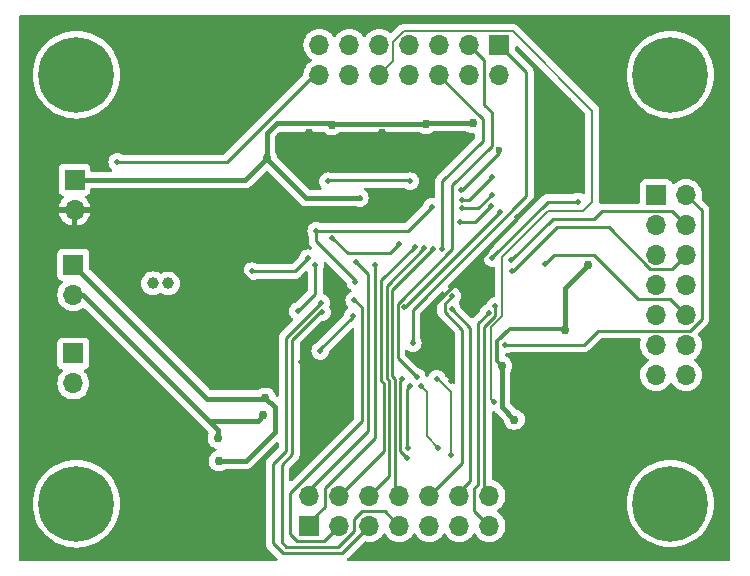
<source format=gbr>
%TF.GenerationSoftware,KiCad,Pcbnew,8.0.5*%
%TF.CreationDate,2024-12-07T09:48:31-05:00*%
%TF.ProjectId,stm32_lqfp64_test_board,73746d33-325f-46c7-9166-7036345f7465,1.1*%
%TF.SameCoordinates,Original*%
%TF.FileFunction,Copper,L2,Bot*%
%TF.FilePolarity,Positive*%
%FSLAX46Y46*%
G04 Gerber Fmt 4.6, Leading zero omitted, Abs format (unit mm)*
G04 Created by KiCad (PCBNEW 8.0.5) date 2024-12-07 09:48:31*
%MOMM*%
%LPD*%
G01*
G04 APERTURE LIST*
%TA.AperFunction,ComponentPad*%
%ADD10C,3.600000*%
%TD*%
%TA.AperFunction,ConnectorPad*%
%ADD11C,6.400000*%
%TD*%
%TA.AperFunction,ComponentPad*%
%ADD12R,1.700000X1.700000*%
%TD*%
%TA.AperFunction,ComponentPad*%
%ADD13O,1.700000X1.700000*%
%TD*%
%TA.AperFunction,ComponentPad*%
%ADD14C,1.000000*%
%TD*%
%TA.AperFunction,ViaPad*%
%ADD15C,0.508000*%
%TD*%
%TA.AperFunction,ViaPad*%
%ADD16C,0.762000*%
%TD*%
%TA.AperFunction,ViaPad*%
%ADD17C,0.600000*%
%TD*%
%TA.AperFunction,Conductor*%
%ADD18C,0.254000*%
%TD*%
%TA.AperFunction,Conductor*%
%ADD19C,0.381000*%
%TD*%
%TA.AperFunction,Conductor*%
%ADD20C,0.304800*%
%TD*%
%TA.AperFunction,Conductor*%
%ADD21C,0.203200*%
%TD*%
G04 APERTURE END LIST*
D10*
%TO.P,H3,1*%
%TO.N,N/C*%
X152146000Y-112500000D03*
D11*
X152146000Y-112500000D03*
%TD*%
D12*
%TO.P,J9,1,Pin_1*%
%TO.N,/PB0*%
X137670000Y-73660000D03*
D13*
%TO.P,J9,2,Pin_2*%
%TO.N,/PB14*%
X137670000Y-76200000D03*
%TO.P,J9,3,Pin_3*%
%TO.N,/PB1*%
X135130000Y-73660000D03*
%TO.P,J9,4,Pin_4*%
%TO.N,/PB13*%
X135130000Y-76200000D03*
%TO.P,J9,5,Pin_5*%
%TO.N,/PB2*%
X132590000Y-73660000D03*
%TO.P,J9,6,Pin_6*%
%TO.N,/PB12*%
X132590000Y-76200000D03*
%TO.P,J9,7,Pin_7*%
%TO.N,/PB4*%
X130050000Y-73660000D03*
%TO.P,J9,8,Pin_8*%
%TO.N,/PB11*%
X130050000Y-76200000D03*
%TO.P,J9,9,Pin_9*%
%TO.N,/PB5*%
X127510000Y-73660000D03*
%TO.P,J9,10,Pin_10*%
%TO.N,/PB10*%
X127510000Y-76200000D03*
%TO.P,J9,11,Pin_11*%
%TO.N,/PB6*%
X124970000Y-73660000D03*
%TO.P,J9,12,Pin_12*%
%TO.N,/PB9*%
X124970000Y-76200000D03*
%TO.P,J9,13,Pin_13*%
%TO.N,/PB7*%
X122430000Y-73660000D03*
%TO.P,J9,14,Pin_14*%
%TO.N,/PB8*%
X122430000Y-76200000D03*
%TD*%
D10*
%TO.P,H4,1*%
%TO.N,N/C*%
X152146000Y-76200000D03*
D11*
X152146000Y-76200000D03*
%TD*%
D12*
%TO.P,J10,1,Pin_1*%
%TO.N,/PA0*%
X150950000Y-86370000D03*
D13*
%TO.P,J10,2,Pin_2*%
%TO.N,/PB15*%
X153490000Y-86370000D03*
%TO.P,J10,3,Pin_3*%
%TO.N,/PA1*%
X150950000Y-88910000D03*
%TO.P,J10,4,Pin_4*%
%TO.N,/PA12*%
X153490000Y-88910000D03*
%TO.P,J10,5,Pin_5*%
%TO.N,/PA2*%
X150950000Y-91450000D03*
%TO.P,J10,6,Pin_6*%
%TO.N,/PA11*%
X153490000Y-91450000D03*
%TO.P,J10,7,Pin_7*%
%TO.N,/PA3*%
X150950000Y-93990000D03*
%TO.P,J10,8,Pin_8*%
%TO.N,/PA10*%
X153490000Y-93990000D03*
%TO.P,J10,9,Pin_9*%
%TO.N,/PA4*%
X150950000Y-96530000D03*
%TO.P,J10,10,Pin_10*%
%TO.N,/PA9*%
X153490000Y-96530000D03*
%TO.P,J10,11,Pin_11*%
%TO.N,/PA5*%
X150950000Y-99070000D03*
%TO.P,J10,12,Pin_12*%
%TO.N,/PA8*%
X153490000Y-99070000D03*
%TO.P,J10,13,Pin_13*%
%TO.N,/PA6*%
X150950000Y-101610000D03*
%TO.P,J10,14,Pin_14*%
%TO.N,/PA7*%
X153490000Y-101610000D03*
%TD*%
D14*
%TO.P,Y2,1,1*%
%TO.N,/OSC32_OUT*%
X108342500Y-93860000D03*
%TO.P,Y2,2,2*%
%TO.N,/OSC32_IN*%
X109612500Y-93870000D03*
%TD*%
D12*
%TO.P,J2,1,Pin_1*%
%TO.N,VDDA*%
X101600000Y-92285000D03*
D13*
%TO.P,J2,2,Pin_2*%
%TO.N,VSSA*%
X101600000Y-94825000D03*
%TD*%
D12*
%TO.P,J8,1,Pin_1*%
%TO.N,/PC0*%
X121590000Y-114390000D03*
D13*
%TO.P,J8,2,Pin_2*%
%TO.N,/PC13*%
X121590000Y-111850000D03*
%TO.P,J8,3,Pin_3*%
%TO.N,/PC1*%
X124130000Y-114390000D03*
%TO.P,J8,4,Pin_4*%
%TO.N,/PC12*%
X124130000Y-111850000D03*
%TO.P,J8,5,Pin_5*%
%TO.N,/PC2*%
X126670000Y-114390000D03*
%TO.P,J8,6,Pin_6*%
%TO.N,/PC11*%
X126670000Y-111850000D03*
%TO.P,J8,7,Pin_7*%
%TO.N,/PC3*%
X129210000Y-114390000D03*
%TO.P,J8,8,Pin_8*%
%TO.N,/PC10*%
X129210000Y-111850000D03*
%TO.P,J8,9,Pin_9*%
%TO.N,/PC4*%
X131750000Y-114390000D03*
%TO.P,J8,10,Pin_10*%
%TO.N,/PC9*%
X131750000Y-111850000D03*
%TO.P,J8,11,Pin_11*%
%TO.N,/PC5*%
X134290000Y-114390000D03*
%TO.P,J8,12,Pin_12*%
%TO.N,/PC8*%
X134290000Y-111850000D03*
%TO.P,J8,13,Pin_13*%
%TO.N,/PC6*%
X136830000Y-114390000D03*
%TO.P,J8,14,Pin_14*%
%TO.N,/PC7*%
X136830000Y-111850000D03*
%TD*%
D10*
%TO.P,H2,1*%
%TO.N,N/C*%
X101854000Y-112522000D03*
D11*
X101854000Y-112522000D03*
%TD*%
D12*
%TO.P,J3,1,Pin_1*%
%TO.N,/reset*%
X101600000Y-99796600D03*
D13*
%TO.P,J3,2,Pin_2*%
%TO.N,/VBAT*%
X101600000Y-102336600D03*
%TD*%
D10*
%TO.P,H1,1*%
%TO.N,N/C*%
X101854000Y-76200000D03*
D11*
X101854000Y-76200000D03*
%TD*%
D12*
%TO.P,J1,1,Pin_1*%
%TO.N,VDD*%
X101700000Y-85085000D03*
D13*
%TO.P,J1,2,Pin_2*%
%TO.N,VSS*%
X101700000Y-87625000D03*
%TD*%
D15*
%TO.N,VSS*%
X105079800Y-80416400D03*
D16*
X127770000Y-81150000D03*
D15*
X136770000Y-90870000D03*
X133560000Y-102090000D03*
D16*
X121580000Y-81090000D03*
D15*
X139192000Y-88265000D03*
D16*
X119100600Y-81483200D03*
X143510000Y-78486000D03*
D15*
X120960000Y-93740000D03*
X120880000Y-100490000D03*
X111690000Y-86830000D03*
X115840000Y-87570000D03*
X131260000Y-96830000D03*
X118640000Y-100480000D03*
X124155200Y-100482400D03*
D16*
%TO.N,VDD*%
X123460000Y-80420000D03*
X137871200Y-100838000D03*
X145161200Y-92303800D03*
X131440000Y-80360000D03*
X117983000Y-83286600D03*
X138930000Y-105390000D03*
X135420000Y-80290000D03*
X143220000Y-97820000D03*
D15*
X125830000Y-86614000D03*
D16*
%TO.N,VDDA*%
X113930000Y-108890000D03*
X117868000Y-103560000D03*
%TO.N,VSSA*%
X117670000Y-105030000D03*
X113850000Y-106960000D03*
D15*
X125270000Y-96600000D03*
X122504200Y-99568000D03*
%TO.N,/OSC32_IN*%
X116720000Y-92850000D03*
X121460000Y-91740000D03*
%TO.N,/OSC32_OUT*%
X120610000Y-96220000D03*
X122075726Y-92316200D03*
%TO.N,Net-(U1-BOOT0)*%
X123180000Y-85230000D03*
X130098800Y-85217000D03*
%TO.N,/PA9*%
X141510000Y-92220000D03*
%TO.N,/PC9*%
X133680000Y-94940000D03*
%TO.N,/PB2*%
X131010000Y-102580000D03*
X132490000Y-107810000D03*
%TO.N,/PB0*%
X130330000Y-98900000D03*
%TO.N,/PC8*%
X133630000Y-96040000D03*
%TO.N,/PC1*%
X125395000Y-95285000D03*
%TO.N,/PC4*%
X129405000Y-101985000D03*
X129890000Y-108640000D03*
%TO.N,/PC2*%
X122590000Y-95510000D03*
%TO.N,/PC3*%
X122635830Y-96285830D03*
%TO.N,/PB15*%
X138176000Y-99050000D03*
%TO.N,/PB10*%
X137193400Y-103903400D03*
%TO.N,/PA0*%
X137731500Y-87820500D03*
X129630000Y-95880000D03*
%TO.N,/SYS_JTDI*%
X137033000Y-86360000D03*
X134493000Y-87503000D03*
%TO.N,/PC11*%
X131330000Y-90870000D03*
%TO.N,/PB11*%
X132385600Y-101960000D03*
X133600000Y-108425600D03*
%TO.N,/PC12*%
X130530000Y-90750000D03*
%TO.N,/PC5*%
X130090000Y-102540000D03*
X129928343Y-107770000D03*
%TO.N,/SYS_JTCK-SWCLK*%
X134366000Y-88646000D03*
X136969500Y-87312500D03*
%TO.N,/PC10*%
X132065830Y-90955830D03*
%TO.N,/PC13*%
X125505000Y-92085000D03*
%TO.N,/PB8*%
X105333800Y-83591400D03*
%TO.N,/PB12*%
X132841802Y-90966653D03*
%TO.N,/PC7*%
X137341000Y-95791000D03*
%TO.N,/PB5*%
X123530000Y-90010000D03*
X129170000Y-90520000D03*
D17*
%TO.N,/SYS_JTDO-TRACESWO*%
X137668000Y-82550000D03*
D15*
X134416800Y-85928200D03*
%TO.N,/PB1*%
X130671000Y-101780945D03*
%TO.N,/PA12*%
X138633200Y-91922600D03*
%TO.N,/PC6*%
X136760000Y-96344000D03*
%TO.N,/SYS_JTMS-SWDIO*%
X144335500Y-86931500D03*
X137083800Y-91694000D03*
%TO.N,/PA11*%
X138772900Y-92824300D03*
%TO.N,/PC0*%
X127152400Y-92278200D03*
%TO.N,/nrst*%
X125480000Y-93730000D03*
X134493000Y-86795000D03*
X131953000Y-87376000D03*
X137033000Y-84836000D03*
X122170000Y-89420000D03*
%TD*%
D18*
%TO.N,VSS*%
X105079800Y-80416400D02*
X103403400Y-80416400D01*
X100477400Y-87625000D02*
X101700000Y-87625000D01*
X103403400Y-80416400D02*
X99720400Y-84099400D01*
X99720400Y-84099400D02*
X99720400Y-86868000D01*
X99720400Y-86868000D02*
X100477400Y-87625000D01*
D19*
%TO.N,VDD*%
X117983000Y-83286600D02*
X117983000Y-81153000D01*
X117983000Y-81153000D02*
X118817500Y-80318500D01*
X123358500Y-80318500D02*
X123460000Y-80420000D01*
X118817500Y-80318500D02*
X123358500Y-80318500D01*
D18*
%TO.N,/PB8*%
X122430000Y-76200000D02*
X121970800Y-76200000D01*
X121970800Y-76200000D02*
X114579400Y-83591400D01*
X114579400Y-83591400D02*
X105333800Y-83591400D01*
D19*
%TO.N,VSS*%
X119100600Y-81483200D02*
X121186800Y-81483200D01*
X121186800Y-81483200D02*
X121580000Y-81090000D01*
X119100600Y-81483200D02*
X120117400Y-82500000D01*
X120117400Y-82500000D02*
X126420000Y-82500000D01*
X126420000Y-82500000D02*
X127770000Y-81150000D01*
X121559000Y-81260000D02*
X121580000Y-81260000D01*
D18*
X131260000Y-96830000D02*
X131260000Y-96538341D01*
X121580000Y-81260000D02*
X121580000Y-81090000D01*
X116660000Y-93740000D02*
X115869000Y-92949000D01*
X120960000Y-93720000D02*
X120960000Y-93740000D01*
X115869000Y-92949000D02*
X115869000Y-90541000D01*
X115840000Y-90512000D02*
X115840000Y-87570000D01*
X101700000Y-87625000D02*
X110895000Y-87625000D01*
X120887600Y-100482400D02*
X120880000Y-100490000D01*
X139192000Y-88448000D02*
X136770000Y-90870000D01*
X131260000Y-96538341D02*
X136680000Y-91118341D01*
X115840000Y-87570000D02*
X112430000Y-87570000D01*
D19*
X143510000Y-83947000D02*
X143510000Y-78486000D01*
D18*
X139192000Y-88265000D02*
X139192000Y-88448000D01*
X115869000Y-90541000D02*
X115840000Y-90512000D01*
X131260000Y-96830000D02*
X133560000Y-99130000D01*
X136680000Y-91118341D02*
X136680000Y-90960000D01*
X110895000Y-87625000D02*
X111690000Y-86830000D01*
D19*
X139192000Y-88265000D02*
X143510000Y-83947000D01*
D18*
X112430000Y-87570000D02*
X111690000Y-86830000D01*
X120960000Y-93740000D02*
X116660000Y-93740000D01*
X118640000Y-100480000D02*
X118640000Y-96060000D01*
X118640000Y-96060000D02*
X120960000Y-93740000D01*
X124155200Y-100482400D02*
X120887600Y-100482400D01*
X133560000Y-99130000D02*
X133560000Y-102090000D01*
X127770000Y-80990000D02*
X127770000Y-81150000D01*
X136680000Y-90960000D02*
X136770000Y-90870000D01*
D19*
%TO.N,VDD*%
X143220000Y-97820000D02*
X143220000Y-94245000D01*
D20*
X137490200Y-100457000D02*
X137871200Y-100838000D01*
D19*
X131490000Y-80310000D02*
X135400000Y-80310000D01*
X117963400Y-83286600D02*
X116165000Y-85085000D01*
X131430000Y-80350000D02*
X131440000Y-80360000D01*
X117983000Y-83312000D02*
X121285000Y-86614000D01*
X137896600Y-104356600D02*
X138930000Y-105390000D01*
X137896600Y-101066600D02*
X137896600Y-104356600D01*
D20*
X138549941Y-97688400D02*
X137490200Y-98748141D01*
D19*
X123530000Y-80350000D02*
X131430000Y-80350000D01*
D18*
X143220000Y-97820000D02*
X143088400Y-97688400D01*
D20*
X137490200Y-98748141D02*
X137490200Y-100457000D01*
D19*
X143220000Y-94245000D02*
X145161200Y-92303800D01*
D20*
X143088400Y-97688400D02*
X138549941Y-97688400D01*
D19*
X135400000Y-80310000D02*
X135420000Y-80290000D01*
X117983000Y-83286600D02*
X117963400Y-83286600D01*
D18*
X137871200Y-101041200D02*
X137896600Y-101066600D01*
X137871200Y-100838000D02*
X137871200Y-101041200D01*
D19*
X123460000Y-80420000D02*
X123530000Y-80350000D01*
X117983000Y-83286600D02*
X117983000Y-83312000D01*
X131440000Y-80360000D02*
X131490000Y-80310000D01*
X121285000Y-86614000D02*
X125830000Y-86614000D01*
X116165000Y-85085000D02*
X101700000Y-85085000D01*
%TO.N,VDDA*%
X117868000Y-103560000D02*
X118639500Y-104331500D01*
X118639500Y-106455300D02*
X116204800Y-108890000D01*
X117868000Y-103560000D02*
X117808000Y-103620000D01*
X112935000Y-103620000D02*
X101600000Y-92285000D01*
X116204800Y-108890000D02*
X113930000Y-108890000D01*
X117808000Y-103620000D02*
X112935000Y-103620000D01*
X118639500Y-104331500D02*
X118639500Y-106455300D01*
D18*
%TO.N,VSSA*%
X122504200Y-99441000D02*
X125270000Y-96675200D01*
X122504200Y-99568000D02*
X122504200Y-99441000D01*
D19*
X113850000Y-106270000D02*
X112920000Y-105340000D01*
X117670000Y-105030000D02*
X117213800Y-105486200D01*
X117213800Y-105486200D02*
X113066200Y-105486200D01*
D18*
X125270000Y-96675200D02*
X125270000Y-96600000D01*
D19*
X112920000Y-105340000D02*
X102405000Y-94825000D01*
X102405000Y-94825000D02*
X101600000Y-94825000D01*
X113850000Y-106960000D02*
X113850000Y-106270000D01*
X113066200Y-105486200D02*
X112920000Y-105340000D01*
D18*
%TO.N,/OSC32_IN*%
X120350000Y-92850000D02*
X116720000Y-92850000D01*
X121460000Y-91740000D02*
X120350000Y-92850000D01*
%TO.N,/OSC32_OUT*%
X122075726Y-94754274D02*
X122075726Y-92316200D01*
X120610000Y-96220000D02*
X122075726Y-94754274D01*
%TO.N,Net-(U1-BOOT0)*%
X130098800Y-85217000D02*
X130021800Y-85140000D01*
X130021800Y-85140000D02*
X123270000Y-85140000D01*
X123270000Y-85140000D02*
X123180000Y-85230000D01*
%TO.N,/PA9*%
X142321000Y-91429000D02*
X145660659Y-91429000D01*
X141510000Y-92220000D02*
X141530000Y-92220000D01*
X145660659Y-91429000D02*
X149398659Y-95167000D01*
X141530000Y-92220000D02*
X142321000Y-91429000D01*
X149398659Y-95167000D02*
X152127000Y-95167000D01*
X152127000Y-95167000D02*
X153490000Y-96530000D01*
%TO.N,/PC9*%
X134540000Y-109060000D02*
X131750000Y-111850000D01*
X133049000Y-96280659D02*
X134540000Y-97771659D01*
X134540000Y-97771659D02*
X134540000Y-109060000D01*
X133680000Y-94940000D02*
X133049000Y-95571000D01*
X133049000Y-95571000D02*
X133049000Y-96280659D01*
D21*
%TO.N,/PB2*%
X131500000Y-103070000D02*
X131500000Y-106820000D01*
X131500000Y-106820000D02*
X132490000Y-107810000D01*
X131010000Y-102580000D02*
X131500000Y-103070000D01*
D18*
%TO.N,/PB0*%
X130330000Y-96111000D02*
X130330000Y-98900000D01*
X139954000Y-86487000D02*
X130330000Y-96111000D01*
X130330000Y-98710000D02*
X130330000Y-98900000D01*
X139954000Y-75944000D02*
X139954000Y-86487000D01*
X130330000Y-98710000D02*
X130310000Y-98690000D01*
X137670000Y-73660000D02*
X139954000Y-75944000D01*
%TO.N,/PC8*%
X135200000Y-110595800D02*
X135200000Y-97610000D01*
X134290000Y-111850000D02*
X134290000Y-111505800D01*
X134290000Y-111505800D02*
X135200000Y-110595800D01*
X135200000Y-97610000D02*
X133630000Y-96040000D01*
%TO.N,/PC1*%
X126009400Y-95899400D02*
X126009400Y-105550600D01*
X125395000Y-95285000D02*
X126009400Y-95899400D01*
X119920000Y-115120000D02*
X120497000Y-115697000D01*
X120497000Y-115697000D02*
X122823000Y-115697000D01*
X119920000Y-111640000D02*
X119920000Y-115120000D01*
X122823000Y-115697000D02*
X124130000Y-114390000D01*
X126009400Y-105550600D02*
X119920000Y-111640000D01*
%TO.N,/PC4*%
X129270000Y-102120000D02*
X129405000Y-101985000D01*
X129270000Y-108020000D02*
X129270000Y-102120000D01*
X129890000Y-108640000D02*
X129270000Y-108020000D01*
%TO.N,/PC2*%
X118500000Y-115870000D02*
X118500000Y-109150000D01*
X119610000Y-98480000D02*
X122580000Y-95510000D01*
X122580000Y-95510000D02*
X122590000Y-95510000D01*
X124372400Y-116687600D02*
X119317600Y-116687600D01*
X118500000Y-109150000D02*
X119610000Y-108040000D01*
X126670000Y-114390000D02*
X124372400Y-116687600D01*
X119317600Y-116687600D02*
X118500000Y-115870000D01*
X119610000Y-108040000D02*
X119610000Y-98480000D01*
%TO.N,/PC3*%
X120130000Y-98650000D02*
X122494170Y-96285830D01*
X119246000Y-109224000D02*
X120130000Y-108340000D01*
X122494170Y-96285830D02*
X122635830Y-96285830D01*
X124030330Y-116154200D02*
X119634200Y-116154200D01*
X125370000Y-114814530D02*
X124030330Y-116154200D01*
X119246000Y-115766000D02*
X119246000Y-109224000D01*
X129210000Y-114390000D02*
X127950000Y-113130000D01*
X127950000Y-113130000D02*
X126079470Y-113130000D01*
X126079470Y-113130000D02*
X125370000Y-113839470D01*
X120130000Y-108340000D02*
X120130000Y-98650000D01*
X119634200Y-116154200D02*
X119246000Y-115766000D01*
X125370000Y-113839470D02*
X125370000Y-114814530D01*
%TO.N,/PB15*%
X154810000Y-87690000D02*
X153490000Y-86370000D01*
X153791530Y-97893000D02*
X154810000Y-96874530D01*
X154810000Y-96874530D02*
X154810000Y-87690000D01*
X145987000Y-97893000D02*
X153791530Y-97893000D01*
X138176000Y-99050000D02*
X144830000Y-99050000D01*
X144830000Y-99050000D02*
X145987000Y-97893000D01*
D21*
%TO.N,/PB10*%
X137880000Y-95544262D02*
X137880000Y-91659800D01*
X136940000Y-97591791D02*
X137896600Y-96635191D01*
X137896600Y-95560862D02*
X137880000Y-95544262D01*
X137896600Y-96635191D02*
X137896600Y-95560862D01*
X128661600Y-73419791D02*
X128661600Y-75048400D01*
X145542000Y-79228800D02*
X138821600Y-72508400D01*
X141782800Y-87757000D02*
X144780000Y-87757000D01*
X138821600Y-72508400D02*
X129572991Y-72508400D01*
X137880000Y-91659800D02*
X141782800Y-87757000D01*
X128661600Y-75048400D02*
X127510000Y-76200000D01*
X144780000Y-87757000D02*
X145542000Y-86995000D01*
X136940000Y-103650000D02*
X136940000Y-97591791D01*
X145542000Y-86995000D02*
X145542000Y-79228800D01*
X129572991Y-72508400D02*
X128661600Y-73419791D01*
X137193400Y-103903400D02*
X136940000Y-103650000D01*
D18*
%TO.N,/PA0*%
X129672000Y-95880000D02*
X129630000Y-95880000D01*
X137731500Y-87820500D02*
X129672000Y-95880000D01*
%TO.N,/SYS_JTDI*%
X135890000Y-87503000D02*
X137033000Y-86360000D01*
X134493000Y-87503000D02*
X135890000Y-87503000D01*
%TO.N,/PC11*%
X128362000Y-102120000D02*
X128362000Y-110158000D01*
X128141000Y-101899000D02*
X128362000Y-102120000D01*
X128141000Y-94059000D02*
X128141000Y-101899000D01*
X128362000Y-110158000D02*
X126670000Y-111850000D01*
X131330000Y-90870000D02*
X128141000Y-94059000D01*
D21*
%TO.N,/PB11*%
X132470000Y-101960000D02*
X133600000Y-103090000D01*
X132385600Y-101960000D02*
X132470000Y-101960000D01*
X133600000Y-103090000D02*
X133600000Y-108425600D01*
D18*
%TO.N,/PC12*%
X127687000Y-93593000D02*
X127687000Y-102087053D01*
X127900000Y-102300053D02*
X127900000Y-108080000D01*
X127687000Y-102087053D02*
X127900000Y-102300053D01*
X127900000Y-108080000D02*
X124130000Y-111850000D01*
X130530000Y-90750000D02*
X127687000Y-93593000D01*
%TO.N,/PC5*%
X129850000Y-107691657D02*
X129928343Y-107770000D01*
X129850000Y-102780000D02*
X129850000Y-107691657D01*
X130090000Y-102540000D02*
X129850000Y-102780000D01*
%TO.N,/SYS_JTCK-SWCLK*%
X135636000Y-88646000D02*
X136969500Y-87312500D01*
X134366000Y-88646000D02*
X135636000Y-88646000D01*
%TO.N,/PC10*%
X132065830Y-90955830D02*
X128595000Y-94426660D01*
X128595000Y-101710947D02*
X128816000Y-101931947D01*
X128595000Y-94426660D02*
X128595000Y-101710947D01*
X128816000Y-101931947D02*
X128816000Y-111456000D01*
X129210000Y-111850000D02*
X129590000Y-111850000D01*
X128816000Y-111456000D02*
X129210000Y-111850000D01*
%TO.N,/PC13*%
X126517400Y-93097400D02*
X126517400Y-106400600D01*
X125505000Y-92085000D02*
X126517400Y-93097400D01*
X126517400Y-106400600D02*
X121590000Y-111328000D01*
X121590000Y-111328000D02*
X121590000Y-111850000D01*
%TO.N,/PB12*%
X132841802Y-85216146D02*
X132841802Y-90966653D01*
X132590000Y-76290000D02*
X136271000Y-79971000D01*
X136271000Y-79971000D02*
X136271000Y-81786948D01*
X136271000Y-81786948D02*
X132841802Y-85216146D01*
X132590000Y-76200000D02*
X132590000Y-76290000D01*
%TO.N,/PC7*%
X136830000Y-111850000D02*
X136400000Y-111420000D01*
X136400000Y-97525659D02*
X137341000Y-96584659D01*
X136400000Y-111420000D02*
X136400000Y-97525659D01*
X137341000Y-96584659D02*
X137341000Y-95791000D01*
X137340000Y-95790000D02*
X137341000Y-95791000D01*
%TO.N,/PB5*%
X124830000Y-91310000D02*
X128390000Y-91310000D01*
X123530000Y-90010000D02*
X124830000Y-91310000D01*
X129170000Y-90530000D02*
X129170000Y-90520000D01*
X128390000Y-91310000D02*
X129170000Y-90530000D01*
%TO.N,/SYS_JTDO-TRACESWO*%
X137668000Y-82550000D02*
X137668000Y-82804000D01*
X137668000Y-82804000D02*
X134543800Y-85928200D01*
X134543800Y-85928200D02*
X134416800Y-85928200D01*
%TO.N,/PB1*%
X133660659Y-90969455D02*
X133660659Y-85566741D01*
X136380000Y-78747400D02*
X136380000Y-74910000D01*
X137007600Y-82219800D02*
X137007600Y-79375000D01*
X137007600Y-79375000D02*
X136380000Y-78747400D01*
X129049000Y-95581114D02*
X133660659Y-90969455D01*
X129049000Y-100158945D02*
X129049000Y-95581114D01*
X133660659Y-85566741D02*
X137007600Y-82219800D01*
X130671000Y-101780945D02*
X129049000Y-100158945D01*
X136380000Y-74910000D02*
X135130000Y-73660000D01*
%TO.N,/PA12*%
X146328000Y-87733000D02*
X152313000Y-87733000D01*
X138658600Y-91922600D02*
X142189200Y-88392000D01*
X152313000Y-87733000D02*
X153490000Y-88910000D01*
X145669000Y-88392000D02*
X146328000Y-87733000D01*
X138633200Y-91922600D02*
X138658600Y-91922600D01*
X142189200Y-88392000D02*
X145669000Y-88392000D01*
%TO.N,/PC6*%
X135860000Y-97244000D02*
X136760000Y-96344000D01*
X135860000Y-110901000D02*
X135860000Y-97244000D01*
X136830000Y-114390000D02*
X135559800Y-113119800D01*
X135559800Y-111201200D02*
X135860000Y-110901000D01*
X135559800Y-113119800D02*
X135559800Y-111201200D01*
%TO.N,/SYS_JTMS-SWDIO*%
X137083800Y-91592400D02*
X137083800Y-91694000D01*
X144335500Y-86931500D02*
X141744700Y-86931500D01*
X141744700Y-86931500D02*
X137083800Y-91592400D01*
%TO.N,/PA11*%
X150462470Y-92627000D02*
X152313000Y-92627000D01*
X146935470Y-89100000D02*
X150462470Y-92627000D01*
X138798300Y-92824300D02*
X142522600Y-89100000D01*
X152313000Y-92627000D02*
X153490000Y-91450000D01*
X138772900Y-92824300D02*
X138798300Y-92824300D01*
X142522600Y-89100000D02*
X146935470Y-89100000D01*
%TO.N,/PC0*%
X122885200Y-112801400D02*
X122885200Y-111201200D01*
X127127000Y-92252800D02*
X127152400Y-92278200D01*
X121590000Y-114390000D02*
X121590000Y-114096600D01*
X121590000Y-114096600D02*
X122885200Y-112801400D01*
X122885200Y-111201200D02*
X127127000Y-106959400D01*
X127127000Y-106959400D02*
X127127000Y-92252800D01*
%TO.N,/nrst*%
X131953000Y-87376000D02*
X129909000Y-89420000D01*
X122170000Y-89420000D02*
X122170000Y-90310000D01*
X122170000Y-90310000D02*
X125500000Y-93640000D01*
X137033000Y-84836000D02*
X137033000Y-84861400D01*
X129909000Y-89420000D02*
X122170000Y-89420000D01*
X125500000Y-93710000D02*
X125480000Y-93730000D01*
X137033000Y-84861400D02*
X135099400Y-86795000D01*
X135099400Y-86795000D02*
X134493000Y-86795000D01*
X125500000Y-93640000D02*
X125500000Y-93710000D01*
%TD*%
%TA.AperFunction,Conductor*%
%TO.N,VSS*%
G36*
X157169039Y-71139685D02*
G01*
X157214794Y-71192489D01*
X157226000Y-71244000D01*
X157226000Y-117224000D01*
X157206315Y-117291039D01*
X157153511Y-117336794D01*
X157102000Y-117348000D01*
X124898782Y-117348000D01*
X124831743Y-117328315D01*
X124785988Y-117275511D01*
X124776044Y-117206353D01*
X124805069Y-117142797D01*
X124811100Y-117136320D01*
X124859810Y-117087609D01*
X124859811Y-117087608D01*
X125855025Y-116092393D01*
X126216584Y-115730833D01*
X126277905Y-115697350D01*
X126336356Y-115698741D01*
X126375099Y-115709122D01*
X126434592Y-115725063D01*
X126622918Y-115741539D01*
X126669999Y-115745659D01*
X126670000Y-115745659D01*
X126670001Y-115745659D01*
X126709234Y-115742226D01*
X126905408Y-115725063D01*
X127133663Y-115663903D01*
X127347830Y-115564035D01*
X127541401Y-115428495D01*
X127708495Y-115261401D01*
X127838425Y-115075842D01*
X127893002Y-115032217D01*
X127962500Y-115025023D01*
X128024855Y-115056546D01*
X128041575Y-115075842D01*
X128171500Y-115261395D01*
X128171505Y-115261401D01*
X128338599Y-115428495D01*
X128435384Y-115496265D01*
X128532165Y-115564032D01*
X128532167Y-115564033D01*
X128532170Y-115564035D01*
X128746337Y-115663903D01*
X128974592Y-115725063D01*
X129162918Y-115741539D01*
X129209999Y-115745659D01*
X129210000Y-115745659D01*
X129210001Y-115745659D01*
X129249234Y-115742226D01*
X129445408Y-115725063D01*
X129673663Y-115663903D01*
X129887830Y-115564035D01*
X130081401Y-115428495D01*
X130248495Y-115261401D01*
X130378425Y-115075842D01*
X130433002Y-115032217D01*
X130502500Y-115025023D01*
X130564855Y-115056546D01*
X130581575Y-115075842D01*
X130711500Y-115261395D01*
X130711505Y-115261401D01*
X130878599Y-115428495D01*
X130975384Y-115496265D01*
X131072165Y-115564032D01*
X131072167Y-115564033D01*
X131072170Y-115564035D01*
X131286337Y-115663903D01*
X131514592Y-115725063D01*
X131702918Y-115741539D01*
X131749999Y-115745659D01*
X131750000Y-115745659D01*
X131750001Y-115745659D01*
X131789234Y-115742226D01*
X131985408Y-115725063D01*
X132213663Y-115663903D01*
X132427830Y-115564035D01*
X132621401Y-115428495D01*
X132788495Y-115261401D01*
X132918425Y-115075842D01*
X132973002Y-115032217D01*
X133042500Y-115025023D01*
X133104855Y-115056546D01*
X133121575Y-115075842D01*
X133251500Y-115261395D01*
X133251505Y-115261401D01*
X133418599Y-115428495D01*
X133515384Y-115496265D01*
X133612165Y-115564032D01*
X133612167Y-115564033D01*
X133612170Y-115564035D01*
X133826337Y-115663903D01*
X134054592Y-115725063D01*
X134242918Y-115741539D01*
X134289999Y-115745659D01*
X134290000Y-115745659D01*
X134290001Y-115745659D01*
X134329234Y-115742226D01*
X134525408Y-115725063D01*
X134753663Y-115663903D01*
X134967830Y-115564035D01*
X135161401Y-115428495D01*
X135328495Y-115261401D01*
X135458425Y-115075842D01*
X135513002Y-115032217D01*
X135582500Y-115025023D01*
X135644855Y-115056546D01*
X135661575Y-115075842D01*
X135791500Y-115261395D01*
X135791505Y-115261401D01*
X135958599Y-115428495D01*
X136055384Y-115496265D01*
X136152165Y-115564032D01*
X136152167Y-115564033D01*
X136152170Y-115564035D01*
X136366337Y-115663903D01*
X136594592Y-115725063D01*
X136782918Y-115741539D01*
X136829999Y-115745659D01*
X136830000Y-115745659D01*
X136830001Y-115745659D01*
X136869234Y-115742226D01*
X137065408Y-115725063D01*
X137293663Y-115663903D01*
X137507830Y-115564035D01*
X137701401Y-115428495D01*
X137868495Y-115261401D01*
X138004035Y-115067830D01*
X138103903Y-114853663D01*
X138165063Y-114625408D01*
X138185659Y-114390000D01*
X138165063Y-114154592D01*
X138103903Y-113926337D01*
X138004035Y-113712171D01*
X137998425Y-113704158D01*
X137868494Y-113518597D01*
X137701402Y-113351506D01*
X137701396Y-113351501D01*
X137515842Y-113221575D01*
X137472217Y-113166998D01*
X137465023Y-113097500D01*
X137496546Y-113035145D01*
X137515842Y-113018425D01*
X137538026Y-113002891D01*
X137701401Y-112888495D01*
X137868495Y-112721401D01*
X138004035Y-112527830D01*
X138017013Y-112499999D01*
X148440422Y-112499999D01*
X148440422Y-112500000D01*
X148460722Y-112887339D01*
X148521397Y-113270427D01*
X148521397Y-113270429D01*
X148621788Y-113645094D01*
X148760787Y-114007197D01*
X148936877Y-114352793D01*
X149148122Y-114678082D01*
X149165939Y-114700084D01*
X149392219Y-114979516D01*
X149666484Y-115253781D01*
X149834375Y-115389737D01*
X149967917Y-115497877D01*
X150275079Y-115697350D01*
X150293211Y-115709125D01*
X150638806Y-115885214D01*
X151000913Y-116024214D01*
X151375567Y-116124602D01*
X151758662Y-116185278D01*
X152124576Y-116204455D01*
X152145999Y-116205578D01*
X152146000Y-116205578D01*
X152146001Y-116205578D01*
X152166301Y-116204514D01*
X152533338Y-116185278D01*
X152916433Y-116124602D01*
X153291087Y-116024214D01*
X153653194Y-115885214D01*
X153998789Y-115709125D01*
X154324084Y-115497876D01*
X154625516Y-115253781D01*
X154899781Y-114979516D01*
X155143876Y-114678084D01*
X155355125Y-114352789D01*
X155531214Y-114007194D01*
X155670214Y-113645087D01*
X155770602Y-113270433D01*
X155831278Y-112887338D01*
X155851578Y-112500000D01*
X155831278Y-112112662D01*
X155770602Y-111729567D01*
X155670214Y-111354913D01*
X155531214Y-110992806D01*
X155355125Y-110647211D01*
X155334792Y-110615901D01*
X155143877Y-110321917D01*
X155035737Y-110188375D01*
X154899781Y-110020484D01*
X154625516Y-109746219D01*
X154591164Y-109718401D01*
X154324082Y-109502122D01*
X153998793Y-109290877D01*
X153653197Y-109114787D01*
X153291094Y-108975788D01*
X153291087Y-108975786D01*
X152916433Y-108875398D01*
X152916429Y-108875397D01*
X152916428Y-108875397D01*
X152533339Y-108814722D01*
X152146001Y-108794422D01*
X152145999Y-108794422D01*
X151758660Y-108814722D01*
X151375572Y-108875397D01*
X151375570Y-108875397D01*
X151000905Y-108975788D01*
X150638802Y-109114787D01*
X150293206Y-109290877D01*
X149967917Y-109502122D01*
X149666488Y-109746215D01*
X149666480Y-109746222D01*
X149392222Y-110020480D01*
X149392215Y-110020488D01*
X149148122Y-110321917D01*
X148936877Y-110647206D01*
X148760787Y-110992802D01*
X148621788Y-111354905D01*
X148521397Y-111729570D01*
X148521397Y-111729572D01*
X148460722Y-112112660D01*
X148440422Y-112499999D01*
X138017013Y-112499999D01*
X138103903Y-112313663D01*
X138165063Y-112085408D01*
X138185659Y-111850000D01*
X138165063Y-111614592D01*
X138103903Y-111386337D01*
X138004035Y-111172171D01*
X137998425Y-111164158D01*
X137868494Y-110978597D01*
X137701402Y-110811506D01*
X137701395Y-110811501D01*
X137507834Y-110675967D01*
X137507830Y-110675965D01*
X137446156Y-110647206D01*
X137293663Y-110576097D01*
X137293659Y-110576096D01*
X137293655Y-110576094D01*
X137119407Y-110529405D01*
X137059746Y-110493040D01*
X137029217Y-110430193D01*
X137027500Y-110409630D01*
X137027500Y-104782737D01*
X137047185Y-104715698D01*
X137099989Y-104669943D01*
X137165384Y-104659517D01*
X137193400Y-104662674D01*
X137200365Y-104662674D01*
X137200365Y-104664978D01*
X137258445Y-104675136D01*
X137306637Y-104717425D01*
X137359866Y-104797089D01*
X137359869Y-104797092D01*
X138023266Y-105460488D01*
X138056751Y-105521811D01*
X138058905Y-105535200D01*
X138063013Y-105574284D01*
X138063014Y-105574286D01*
X138063014Y-105574288D01*
X138120274Y-105750514D01*
X138137579Y-105780487D01*
X138212923Y-105910987D01*
X138251448Y-105953773D01*
X138336906Y-106048686D01*
X138336909Y-106048688D01*
X138336912Y-106048691D01*
X138431917Y-106117716D01*
X138486822Y-106157607D01*
X138656095Y-106232973D01*
X138656098Y-106232973D01*
X138656101Y-106232975D01*
X138837351Y-106271500D01*
X139022649Y-106271500D01*
X139203899Y-106232975D01*
X139203902Y-106232973D01*
X139203904Y-106232973D01*
X139304002Y-106188406D01*
X139373178Y-106157607D01*
X139523088Y-106048691D01*
X139647077Y-105910987D01*
X139739726Y-105750513D01*
X139796987Y-105574284D01*
X139816356Y-105390000D01*
X139796987Y-105205716D01*
X139739726Y-105029487D01*
X139647077Y-104869013D01*
X139582319Y-104797092D01*
X139523093Y-104731313D01*
X139523090Y-104731311D01*
X139523089Y-104731310D01*
X139523088Y-104731309D01*
X139423148Y-104658698D01*
X139373177Y-104622392D01*
X139203904Y-104547026D01*
X139203898Y-104547024D01*
X139062478Y-104516965D01*
X139000996Y-104483773D01*
X139000578Y-104483356D01*
X138623919Y-104106697D01*
X138590434Y-104045374D01*
X138587600Y-104019016D01*
X138587600Y-101393385D01*
X138604213Y-101331385D01*
X138636236Y-101275919D01*
X138680926Y-101198513D01*
X138738187Y-101022284D01*
X138757556Y-100838000D01*
X138738187Y-100653716D01*
X138680926Y-100477487D01*
X138588277Y-100317013D01*
X138529811Y-100252080D01*
X138464293Y-100179313D01*
X138464290Y-100179311D01*
X138464289Y-100179310D01*
X138464288Y-100179309D01*
X138314378Y-100070393D01*
X138234917Y-100035014D01*
X138181683Y-99989766D01*
X138161362Y-99922917D01*
X138180407Y-99855693D01*
X138232773Y-99809438D01*
X138271473Y-99798517D01*
X138344950Y-99790238D01*
X138344952Y-99790237D01*
X138344954Y-99790237D01*
X138505437Y-99734082D01*
X138540235Y-99712217D01*
X138565240Y-99696506D01*
X138631211Y-99677500D01*
X144891804Y-99677500D01*
X144891805Y-99677499D01*
X145013035Y-99653386D01*
X145093784Y-99619937D01*
X145127233Y-99606083D01*
X145230008Y-99537411D01*
X145317411Y-99450008D01*
X146210600Y-98556819D01*
X146271923Y-98523334D01*
X146298281Y-98520500D01*
X149537497Y-98520500D01*
X149604536Y-98540185D01*
X149650291Y-98592989D01*
X149660235Y-98662147D01*
X149657272Y-98676593D01*
X149614938Y-98834586D01*
X149614936Y-98834596D01*
X149594341Y-99069999D01*
X149594341Y-99070000D01*
X149614936Y-99305403D01*
X149614938Y-99305413D01*
X149676094Y-99533655D01*
X149676096Y-99533659D01*
X149676097Y-99533663D01*
X149752032Y-99696506D01*
X149775965Y-99747830D01*
X149775967Y-99747834D01*
X149864326Y-99874022D01*
X149911501Y-99941396D01*
X149911506Y-99941402D01*
X150078597Y-100108493D01*
X150078603Y-100108498D01*
X150264158Y-100238425D01*
X150307783Y-100293002D01*
X150314977Y-100362500D01*
X150283454Y-100424855D01*
X150264158Y-100441575D01*
X150078597Y-100571505D01*
X149911505Y-100738597D01*
X149775965Y-100932169D01*
X149775964Y-100932171D01*
X149676098Y-101146335D01*
X149676094Y-101146344D01*
X149614938Y-101374586D01*
X149614936Y-101374596D01*
X149594341Y-101609999D01*
X149594341Y-101610000D01*
X149614936Y-101845403D01*
X149614938Y-101845413D01*
X149676094Y-102073655D01*
X149676096Y-102073659D01*
X149676097Y-102073663D01*
X149688934Y-102101192D01*
X149775965Y-102287830D01*
X149775967Y-102287834D01*
X149862242Y-102411046D01*
X149911505Y-102481401D01*
X150078599Y-102648495D01*
X150151099Y-102699260D01*
X150272165Y-102784032D01*
X150272167Y-102784033D01*
X150272170Y-102784035D01*
X150486337Y-102883903D01*
X150714592Y-102945063D01*
X150902918Y-102961539D01*
X150949999Y-102965659D01*
X150950000Y-102965659D01*
X150950001Y-102965659D01*
X150989234Y-102962226D01*
X151185408Y-102945063D01*
X151413663Y-102883903D01*
X151627830Y-102784035D01*
X151821401Y-102648495D01*
X151988495Y-102481401D01*
X152118425Y-102295842D01*
X152173002Y-102252217D01*
X152242500Y-102245023D01*
X152304855Y-102276546D01*
X152321575Y-102295842D01*
X152451500Y-102481395D01*
X152451505Y-102481401D01*
X152618599Y-102648495D01*
X152691099Y-102699260D01*
X152812165Y-102784032D01*
X152812167Y-102784033D01*
X152812170Y-102784035D01*
X153026337Y-102883903D01*
X153254592Y-102945063D01*
X153442918Y-102961539D01*
X153489999Y-102965659D01*
X153490000Y-102965659D01*
X153490001Y-102965659D01*
X153529234Y-102962226D01*
X153725408Y-102945063D01*
X153953663Y-102883903D01*
X154167830Y-102784035D01*
X154361401Y-102648495D01*
X154528495Y-102481401D01*
X154664035Y-102287830D01*
X154763903Y-102073663D01*
X154825063Y-101845408D01*
X154845659Y-101610000D01*
X154825063Y-101374592D01*
X154777883Y-101198513D01*
X154763905Y-101146344D01*
X154763904Y-101146343D01*
X154763903Y-101146337D01*
X154664035Y-100932171D01*
X154658425Y-100924158D01*
X154528494Y-100738597D01*
X154361402Y-100571506D01*
X154361396Y-100571501D01*
X154175842Y-100441575D01*
X154132217Y-100386998D01*
X154125023Y-100317500D01*
X154156546Y-100255145D01*
X154175842Y-100238425D01*
X154198026Y-100222891D01*
X154361401Y-100108495D01*
X154528495Y-99941401D01*
X154664035Y-99747830D01*
X154763903Y-99533663D01*
X154825063Y-99305408D01*
X154845659Y-99070000D01*
X154845567Y-99068954D01*
X154837293Y-98974374D01*
X154825063Y-98834592D01*
X154763903Y-98606337D01*
X154664035Y-98392171D01*
X154652771Y-98376084D01*
X154525390Y-98194164D01*
X154527104Y-98192963D01*
X154502732Y-98137267D01*
X154513775Y-98068275D01*
X154538054Y-98033894D01*
X154896179Y-97675770D01*
X155297411Y-97274538D01*
X155315716Y-97247142D01*
X155366083Y-97171763D01*
X155413385Y-97057565D01*
X155430821Y-96969910D01*
X155437500Y-96936335D01*
X155437500Y-87628197D01*
X155433136Y-87606256D01*
X155433136Y-87606254D01*
X155433136Y-87606253D01*
X155413387Y-87506972D01*
X155413386Y-87506965D01*
X155376912Y-87418911D01*
X155366083Y-87392767D01*
X155354211Y-87375000D01*
X155297414Y-87289996D01*
X155297413Y-87289994D01*
X155267935Y-87260516D01*
X155210008Y-87202589D01*
X154830835Y-86823416D01*
X154797350Y-86762093D01*
X154798741Y-86703641D01*
X154801882Y-86691919D01*
X154825063Y-86605408D01*
X154845659Y-86370000D01*
X154825063Y-86134592D01*
X154774037Y-85944159D01*
X154763905Y-85906344D01*
X154763904Y-85906343D01*
X154763903Y-85906337D01*
X154664035Y-85692171D01*
X154662800Y-85690406D01*
X154528494Y-85498597D01*
X154361402Y-85331506D01*
X154361395Y-85331501D01*
X154167834Y-85195967D01*
X154167830Y-85195965D01*
X154102367Y-85165439D01*
X153953663Y-85096097D01*
X153953659Y-85096096D01*
X153953655Y-85096094D01*
X153725413Y-85034938D01*
X153725403Y-85034936D01*
X153490001Y-85014341D01*
X153489999Y-85014341D01*
X153254596Y-85034936D01*
X153254586Y-85034938D01*
X153026344Y-85096094D01*
X153026335Y-85096098D01*
X152812171Y-85195964D01*
X152812169Y-85195965D01*
X152618600Y-85331503D01*
X152496673Y-85453430D01*
X152435350Y-85486914D01*
X152365658Y-85481930D01*
X152309725Y-85440058D01*
X152292810Y-85409081D01*
X152243797Y-85277671D01*
X152243793Y-85277664D01*
X152157547Y-85162455D01*
X152157544Y-85162452D01*
X152042335Y-85076206D01*
X152042328Y-85076202D01*
X151907482Y-85025908D01*
X151907483Y-85025908D01*
X151847883Y-85019501D01*
X151847881Y-85019500D01*
X151847873Y-85019500D01*
X151847864Y-85019500D01*
X150052129Y-85019500D01*
X150052123Y-85019501D01*
X149992516Y-85025908D01*
X149857671Y-85076202D01*
X149857664Y-85076206D01*
X149742455Y-85162452D01*
X149742452Y-85162455D01*
X149656206Y-85277664D01*
X149656202Y-85277671D01*
X149605908Y-85412517D01*
X149601510Y-85453430D01*
X149599500Y-85472127D01*
X149599500Y-86284994D01*
X149599501Y-86981500D01*
X149579816Y-87048539D01*
X149527013Y-87094294D01*
X149475501Y-87105500D01*
X146268100Y-87105500D01*
X146201061Y-87085815D01*
X146155306Y-87033011D01*
X146144100Y-86981500D01*
X146144100Y-79149533D01*
X146144100Y-79149532D01*
X146103067Y-78996398D01*
X146023800Y-78859102D01*
X145911698Y-78747000D01*
X143364697Y-76199999D01*
X148440422Y-76199999D01*
X148440422Y-76200000D01*
X148460722Y-76587339D01*
X148472811Y-76663664D01*
X148521398Y-76970433D01*
X148548452Y-77071402D01*
X148621788Y-77345094D01*
X148760787Y-77707197D01*
X148936877Y-78052793D01*
X149148122Y-78378082D01*
X149299551Y-78565081D01*
X149392219Y-78679516D01*
X149666484Y-78953781D01*
X149719112Y-78996398D01*
X149967917Y-79197877D01*
X150290430Y-79407319D01*
X150293211Y-79409125D01*
X150638806Y-79585214D01*
X151000913Y-79724214D01*
X151375567Y-79824602D01*
X151758662Y-79885278D01*
X152124576Y-79904455D01*
X152145999Y-79905578D01*
X152146000Y-79905578D01*
X152146001Y-79905578D01*
X152166301Y-79904514D01*
X152533338Y-79885278D01*
X152916433Y-79824602D01*
X153291087Y-79724214D01*
X153653194Y-79585214D01*
X153998789Y-79409125D01*
X154324084Y-79197876D01*
X154625516Y-78953781D01*
X154899781Y-78679516D01*
X155143876Y-78378084D01*
X155355125Y-78052789D01*
X155531214Y-77707194D01*
X155670214Y-77345087D01*
X155770602Y-76970433D01*
X155831278Y-76587338D01*
X155851578Y-76200000D01*
X155831278Y-75812662D01*
X155770602Y-75429567D01*
X155670214Y-75054913D01*
X155531214Y-74692806D01*
X155355125Y-74347211D01*
X155321234Y-74295023D01*
X155143877Y-74021917D01*
X154899784Y-73720488D01*
X154899781Y-73720484D01*
X154625516Y-73446219D01*
X154324084Y-73202124D01*
X154324082Y-73202122D01*
X153998793Y-72990877D01*
X153653197Y-72814787D01*
X153291094Y-72675788D01*
X153291087Y-72675786D01*
X152916433Y-72575398D01*
X152916429Y-72575397D01*
X152916428Y-72575397D01*
X152533339Y-72514722D01*
X152146001Y-72494422D01*
X152145999Y-72494422D01*
X151758660Y-72514722D01*
X151375572Y-72575397D01*
X151375570Y-72575397D01*
X151000905Y-72675788D01*
X150638802Y-72814787D01*
X150293206Y-72990877D01*
X149967917Y-73202122D01*
X149666488Y-73446215D01*
X149666480Y-73446222D01*
X149392222Y-73720480D01*
X149392215Y-73720488D01*
X149148122Y-74021917D01*
X148936877Y-74347206D01*
X148760787Y-74692802D01*
X148621788Y-75054905D01*
X148521397Y-75429570D01*
X148521397Y-75429572D01*
X148460722Y-75812660D01*
X148440422Y-76199999D01*
X143364697Y-76199999D01*
X139191298Y-72026600D01*
X139054002Y-71947333D01*
X139054003Y-71947333D01*
X139002957Y-71933655D01*
X138900868Y-71906300D01*
X129652259Y-71906300D01*
X129493723Y-71906300D01*
X129401843Y-71930919D01*
X129340588Y-71947332D01*
X129340587Y-71947333D01*
X129203296Y-72026597D01*
X129203291Y-72026601D01*
X128582575Y-72647317D01*
X128521252Y-72680802D01*
X128451560Y-72675818D01*
X128407213Y-72647317D01*
X128381402Y-72621506D01*
X128381395Y-72621501D01*
X128187834Y-72485967D01*
X128187830Y-72485965D01*
X128187828Y-72485964D01*
X127973663Y-72386097D01*
X127973659Y-72386096D01*
X127973655Y-72386094D01*
X127745413Y-72324938D01*
X127745403Y-72324936D01*
X127510001Y-72304341D01*
X127509999Y-72304341D01*
X127274596Y-72324936D01*
X127274586Y-72324938D01*
X127046344Y-72386094D01*
X127046335Y-72386098D01*
X126832171Y-72485964D01*
X126832169Y-72485965D01*
X126638597Y-72621505D01*
X126471505Y-72788597D01*
X126341575Y-72974158D01*
X126286998Y-73017783D01*
X126217500Y-73024977D01*
X126155145Y-72993454D01*
X126138425Y-72974158D01*
X126008494Y-72788597D01*
X125841402Y-72621506D01*
X125841395Y-72621501D01*
X125647834Y-72485967D01*
X125647830Y-72485965D01*
X125647828Y-72485964D01*
X125433663Y-72386097D01*
X125433659Y-72386096D01*
X125433655Y-72386094D01*
X125205413Y-72324938D01*
X125205403Y-72324936D01*
X124970001Y-72304341D01*
X124969999Y-72304341D01*
X124734596Y-72324936D01*
X124734586Y-72324938D01*
X124506344Y-72386094D01*
X124506335Y-72386098D01*
X124292171Y-72485964D01*
X124292169Y-72485965D01*
X124098597Y-72621505D01*
X123931505Y-72788597D01*
X123801575Y-72974158D01*
X123746998Y-73017783D01*
X123677500Y-73024977D01*
X123615145Y-72993454D01*
X123598425Y-72974158D01*
X123468494Y-72788597D01*
X123301402Y-72621506D01*
X123301395Y-72621501D01*
X123107834Y-72485967D01*
X123107830Y-72485965D01*
X123107828Y-72485964D01*
X122893663Y-72386097D01*
X122893659Y-72386096D01*
X122893655Y-72386094D01*
X122665413Y-72324938D01*
X122665403Y-72324936D01*
X122430001Y-72304341D01*
X122429999Y-72304341D01*
X122194596Y-72324936D01*
X122194586Y-72324938D01*
X121966344Y-72386094D01*
X121966335Y-72386098D01*
X121752171Y-72485964D01*
X121752169Y-72485965D01*
X121558597Y-72621505D01*
X121391505Y-72788597D01*
X121255965Y-72982169D01*
X121255964Y-72982171D01*
X121156098Y-73196335D01*
X121156094Y-73196344D01*
X121094938Y-73424586D01*
X121094936Y-73424596D01*
X121074341Y-73659999D01*
X121074341Y-73660000D01*
X121094936Y-73895403D01*
X121094938Y-73895413D01*
X121156094Y-74123655D01*
X121156096Y-74123659D01*
X121156097Y-74123663D01*
X121160000Y-74132032D01*
X121255965Y-74337830D01*
X121255967Y-74337834D01*
X121364281Y-74492521D01*
X121391501Y-74531396D01*
X121391506Y-74531402D01*
X121558597Y-74698493D01*
X121558603Y-74698498D01*
X121744158Y-74828425D01*
X121787783Y-74883002D01*
X121794977Y-74952500D01*
X121763454Y-75014855D01*
X121744158Y-75031575D01*
X121558597Y-75161505D01*
X121391505Y-75328597D01*
X121255965Y-75522169D01*
X121255964Y-75522171D01*
X121156098Y-75736335D01*
X121156094Y-75736344D01*
X121094938Y-75964586D01*
X121094936Y-75964596D01*
X121077407Y-76164946D01*
X121051954Y-76230015D01*
X121041560Y-76241819D01*
X114355800Y-82927581D01*
X114294477Y-82961066D01*
X114268119Y-82963900D01*
X105789011Y-82963900D01*
X105723040Y-82944894D01*
X105663239Y-82907319D01*
X105663238Y-82907318D01*
X105663237Y-82907318D01*
X105624712Y-82893837D01*
X105502751Y-82851161D01*
X105333803Y-82832126D01*
X105333797Y-82832126D01*
X105164848Y-82851161D01*
X105004360Y-82907319D01*
X104860399Y-82997776D01*
X104740176Y-83117999D01*
X104649719Y-83261960D01*
X104593561Y-83422448D01*
X104574526Y-83591397D01*
X104574526Y-83591402D01*
X104593561Y-83760351D01*
X104649719Y-83920839D01*
X104740176Y-84064800D01*
X104857695Y-84182319D01*
X104891180Y-84243642D01*
X104886196Y-84313334D01*
X104844324Y-84369267D01*
X104778860Y-84393684D01*
X104770014Y-84394000D01*
X103174499Y-84394000D01*
X103107460Y-84374315D01*
X103061705Y-84321511D01*
X103050499Y-84270000D01*
X103050499Y-84187129D01*
X103050498Y-84187123D01*
X103050497Y-84187116D01*
X103044091Y-84127517D01*
X102993796Y-83992669D01*
X102993795Y-83992668D01*
X102993793Y-83992664D01*
X102907547Y-83877455D01*
X102907544Y-83877452D01*
X102792335Y-83791206D01*
X102792328Y-83791202D01*
X102657482Y-83740908D01*
X102657483Y-83740908D01*
X102597883Y-83734501D01*
X102597881Y-83734500D01*
X102597873Y-83734500D01*
X102597864Y-83734500D01*
X100802129Y-83734500D01*
X100802123Y-83734501D01*
X100742516Y-83740908D01*
X100607671Y-83791202D01*
X100607664Y-83791206D01*
X100492455Y-83877452D01*
X100492452Y-83877455D01*
X100406206Y-83992664D01*
X100406202Y-83992671D01*
X100355908Y-84127517D01*
X100350819Y-84174857D01*
X100349501Y-84187123D01*
X100349500Y-84187135D01*
X100349500Y-85982870D01*
X100349501Y-85982876D01*
X100355908Y-86042483D01*
X100406202Y-86177328D01*
X100406206Y-86177335D01*
X100492452Y-86292544D01*
X100492455Y-86292547D01*
X100607664Y-86378793D01*
X100607671Y-86378797D01*
X100607674Y-86378798D01*
X100739598Y-86428002D01*
X100795531Y-86469873D01*
X100819949Y-86535337D01*
X100805098Y-86603610D01*
X100783947Y-86631865D01*
X100661886Y-86753926D01*
X100526400Y-86947420D01*
X100526399Y-86947422D01*
X100426570Y-87161507D01*
X100426567Y-87161513D01*
X100369364Y-87374999D01*
X100369364Y-87375000D01*
X101266988Y-87375000D01*
X101234075Y-87432007D01*
X101200000Y-87559174D01*
X101200000Y-87690826D01*
X101234075Y-87817993D01*
X101266988Y-87875000D01*
X100369364Y-87875000D01*
X100426567Y-88088486D01*
X100426570Y-88088492D01*
X100526399Y-88302578D01*
X100661894Y-88496082D01*
X100828917Y-88663105D01*
X101022421Y-88798600D01*
X101236507Y-88898429D01*
X101236516Y-88898433D01*
X101450000Y-88955634D01*
X101450000Y-88058012D01*
X101507007Y-88090925D01*
X101634174Y-88125000D01*
X101765826Y-88125000D01*
X101892993Y-88090925D01*
X101950000Y-88058012D01*
X101950000Y-88955633D01*
X102163483Y-88898433D01*
X102163492Y-88898429D01*
X102377578Y-88798600D01*
X102571082Y-88663105D01*
X102738105Y-88496082D01*
X102873600Y-88302578D01*
X102973429Y-88088492D01*
X102973432Y-88088486D01*
X103030636Y-87875000D01*
X102133012Y-87875000D01*
X102165925Y-87817993D01*
X102200000Y-87690826D01*
X102200000Y-87559174D01*
X102165925Y-87432007D01*
X102133012Y-87375000D01*
X103030636Y-87375000D01*
X103030635Y-87374999D01*
X102973432Y-87161513D01*
X102973429Y-87161507D01*
X102873600Y-86947422D01*
X102873599Y-86947420D01*
X102738113Y-86753926D01*
X102738108Y-86753920D01*
X102616053Y-86631865D01*
X102582568Y-86570542D01*
X102587552Y-86500850D01*
X102629424Y-86444917D01*
X102660400Y-86428002D01*
X102792331Y-86378796D01*
X102907546Y-86292546D01*
X102993796Y-86177331D01*
X103044091Y-86042483D01*
X103050500Y-85982873D01*
X103050500Y-85900000D01*
X103070185Y-85832961D01*
X103122989Y-85787206D01*
X103174500Y-85776000D01*
X116233060Y-85776000D01*
X116322870Y-85758134D01*
X116366557Y-85749445D01*
X116492311Y-85697356D01*
X116502714Y-85690404D01*
X116502721Y-85690402D01*
X116502721Y-85690401D01*
X116579620Y-85639018D01*
X116605487Y-85621735D01*
X117872818Y-84354401D01*
X117934141Y-84320917D01*
X118003832Y-84325901D01*
X118048180Y-84354402D01*
X120844507Y-87150730D01*
X120844510Y-87150733D01*
X120844513Y-87150735D01*
X120932079Y-87209244D01*
X120957689Y-87226356D01*
X121083443Y-87278445D01*
X121083447Y-87278445D01*
X121083448Y-87278446D01*
X121216939Y-87305000D01*
X121216942Y-87305000D01*
X125499265Y-87305000D01*
X125540220Y-87311959D01*
X125661044Y-87354237D01*
X125829997Y-87373274D01*
X125830000Y-87373274D01*
X125830003Y-87373274D01*
X125998951Y-87354238D01*
X125998954Y-87354237D01*
X126159437Y-87298082D01*
X126303400Y-87207624D01*
X126423624Y-87087400D01*
X126514082Y-86943437D01*
X126570237Y-86782954D01*
X126570237Y-86782953D01*
X126570238Y-86782951D01*
X126589274Y-86614002D01*
X126589274Y-86613997D01*
X126570238Y-86445048D01*
X126547056Y-86378798D01*
X126514082Y-86284563D01*
X126423624Y-86140600D01*
X126303400Y-86020376D01*
X126303394Y-86020371D01*
X126265392Y-85996493D01*
X126219101Y-85944159D01*
X126208453Y-85875105D01*
X126236828Y-85811257D01*
X126295218Y-85772885D01*
X126331364Y-85767500D01*
X129530914Y-85767500D01*
X129597953Y-85787185D01*
X129618595Y-85803819D01*
X129625400Y-85810624D01*
X129769363Y-85901082D01*
X129891321Y-85943756D01*
X129929848Y-85957238D01*
X130098797Y-85976274D01*
X130098800Y-85976274D01*
X130098803Y-85976274D01*
X130267751Y-85957238D01*
X130267754Y-85957237D01*
X130428237Y-85901082D01*
X130572200Y-85810624D01*
X130692424Y-85690400D01*
X130782882Y-85546437D01*
X130839037Y-85385954D01*
X130839037Y-85385953D01*
X130839038Y-85385951D01*
X130858074Y-85217002D01*
X130858074Y-85216997D01*
X130839038Y-85048048D01*
X130823959Y-85004954D01*
X130782882Y-84887563D01*
X130692424Y-84743600D01*
X130572200Y-84623376D01*
X130448928Y-84545919D01*
X130428239Y-84532919D01*
X130428238Y-84532918D01*
X130428237Y-84532918D01*
X130389712Y-84519437D01*
X130267751Y-84476761D01*
X130098803Y-84457726D01*
X130098797Y-84457726D01*
X129929845Y-84476762D01*
X129929843Y-84476762D01*
X129847601Y-84505541D01*
X129806646Y-84512500D01*
X123435002Y-84512500D01*
X123394047Y-84505541D01*
X123348955Y-84489762D01*
X123180003Y-84470726D01*
X123179997Y-84470726D01*
X123011048Y-84489761D01*
X122850560Y-84545919D01*
X122706599Y-84636376D01*
X122586376Y-84756599D01*
X122495919Y-84900560D01*
X122439761Y-85061048D01*
X122420726Y-85229997D01*
X122420726Y-85230002D01*
X122439761Y-85398951D01*
X122495919Y-85559439D01*
X122586376Y-85703400D01*
X122594295Y-85711319D01*
X122627780Y-85772642D01*
X122622796Y-85842334D01*
X122580924Y-85898267D01*
X122515460Y-85922684D01*
X122506614Y-85923000D01*
X121622584Y-85923000D01*
X121555545Y-85903315D01*
X121534903Y-85886681D01*
X118892716Y-83244494D01*
X118859231Y-83183171D01*
X118857079Y-83169792D01*
X118849987Y-83102316D01*
X118792726Y-82926087D01*
X118700077Y-82765613D01*
X118700076Y-82765612D01*
X118700075Y-82765610D01*
X118697679Y-82762312D01*
X118696883Y-82760082D01*
X118696828Y-82759986D01*
X118696845Y-82759975D01*
X118674202Y-82696505D01*
X118674000Y-82689431D01*
X118674000Y-81490584D01*
X118693685Y-81423545D01*
X118710319Y-81402903D01*
X119067403Y-81045819D01*
X119128726Y-81012334D01*
X119155084Y-81009500D01*
X122749404Y-81009500D01*
X122816443Y-81029185D01*
X122841553Y-81050527D01*
X122866912Y-81078691D01*
X122994651Y-81171499D01*
X123016822Y-81187607D01*
X123186095Y-81262973D01*
X123186098Y-81262973D01*
X123186101Y-81262975D01*
X123367351Y-81301500D01*
X123552649Y-81301500D01*
X123733899Y-81262975D01*
X123733902Y-81262973D01*
X123733904Y-81262973D01*
X123803151Y-81232142D01*
X123903178Y-81187607D01*
X124053088Y-81078691D01*
X124053093Y-81078684D01*
X124057918Y-81074342D01*
X124059576Y-81076183D01*
X124109552Y-81045384D01*
X124142233Y-81041000D01*
X130837328Y-81041000D01*
X130904367Y-81060685D01*
X130910203Y-81064674D01*
X130996822Y-81127607D01*
X131166095Y-81202973D01*
X131166098Y-81202973D01*
X131166101Y-81202975D01*
X131347351Y-81241500D01*
X131532649Y-81241500D01*
X131713899Y-81202975D01*
X131713902Y-81202973D01*
X131713904Y-81202973D01*
X131784595Y-81171499D01*
X131883178Y-81127607D01*
X132024843Y-81024681D01*
X132090648Y-81001202D01*
X132097727Y-81001000D01*
X134858619Y-81001000D01*
X134925658Y-81020685D01*
X134931497Y-81024676D01*
X134960597Y-81045819D01*
X134976822Y-81057607D01*
X135146095Y-81132973D01*
X135146098Y-81132973D01*
X135146101Y-81132975D01*
X135327351Y-81171500D01*
X135519148Y-81171500D01*
X135519148Y-81174509D01*
X135574956Y-81184554D01*
X135626114Y-81232142D01*
X135643500Y-81295462D01*
X135643500Y-81475667D01*
X135623815Y-81542706D01*
X135607181Y-81563348D01*
X132441794Y-84728735D01*
X132413930Y-84756599D01*
X132354388Y-84816140D01*
X132354387Y-84816142D01*
X132285725Y-84918902D01*
X132285716Y-84918919D01*
X132277298Y-84939239D01*
X132277299Y-84939240D01*
X132238417Y-85033108D01*
X132238414Y-85033118D01*
X132229342Y-85078726D01*
X132225889Y-85096094D01*
X132214302Y-85154345D01*
X132214302Y-86507411D01*
X132194617Y-86574450D01*
X132141813Y-86620205D01*
X132076419Y-86630631D01*
X131953004Y-86616726D01*
X131952997Y-86616726D01*
X131784048Y-86635761D01*
X131623560Y-86691919D01*
X131479599Y-86782376D01*
X131359376Y-86902599D01*
X131268918Y-87046561D01*
X131252216Y-87094294D01*
X131212763Y-87207046D01*
X131212762Y-87207048D01*
X131210464Y-87213618D01*
X131207688Y-87212646D01*
X131181063Y-87260516D01*
X129685400Y-88756181D01*
X129624077Y-88789666D01*
X129597719Y-88792500D01*
X122625211Y-88792500D01*
X122559240Y-88773494D01*
X122499439Y-88735919D01*
X122499438Y-88735918D01*
X122499437Y-88735918D01*
X122460912Y-88722437D01*
X122338951Y-88679761D01*
X122170003Y-88660726D01*
X122169997Y-88660726D01*
X122001048Y-88679761D01*
X121840560Y-88735919D01*
X121696599Y-88826376D01*
X121576376Y-88946599D01*
X121485919Y-89090560D01*
X121429761Y-89251048D01*
X121410726Y-89419997D01*
X121410726Y-89420002D01*
X121429761Y-89588951D01*
X121485919Y-89749440D01*
X121523493Y-89809237D01*
X121542500Y-89875210D01*
X121542500Y-90371807D01*
X121566612Y-90493028D01*
X121566614Y-90493034D01*
X121592622Y-90555822D01*
X121592621Y-90555822D01*
X121592622Y-90555823D01*
X121613915Y-90607230D01*
X121668521Y-90688954D01*
X121668522Y-90688955D01*
X121682590Y-90710010D01*
X121773018Y-90800438D01*
X121806503Y-90861761D01*
X121801519Y-90931453D01*
X121759647Y-90987386D01*
X121694183Y-91011803D01*
X121644385Y-91005161D01*
X121628957Y-90999763D01*
X121628954Y-90999762D01*
X121460003Y-90980726D01*
X121459997Y-90980726D01*
X121291048Y-90999761D01*
X121130560Y-91055919D01*
X120986599Y-91146376D01*
X120866376Y-91266599D01*
X120775918Y-91410561D01*
X120764296Y-91443777D01*
X120719763Y-91571046D01*
X120719762Y-91571048D01*
X120717464Y-91577618D01*
X120714688Y-91576646D01*
X120688063Y-91624516D01*
X120126400Y-92186181D01*
X120065077Y-92219666D01*
X120038719Y-92222500D01*
X117175211Y-92222500D01*
X117109240Y-92203494D01*
X117049439Y-92165919D01*
X117049438Y-92165918D01*
X117049437Y-92165918D01*
X116996075Y-92147246D01*
X116888951Y-92109761D01*
X116720003Y-92090726D01*
X116719997Y-92090726D01*
X116551048Y-92109761D01*
X116390560Y-92165919D01*
X116246599Y-92256376D01*
X116126376Y-92376599D01*
X116035919Y-92520560D01*
X115979761Y-92681048D01*
X115960726Y-92849997D01*
X115960726Y-92850002D01*
X115979761Y-93018951D01*
X116002841Y-93084909D01*
X116035918Y-93179437D01*
X116126376Y-93323400D01*
X116246600Y-93443624D01*
X116390563Y-93534082D01*
X116512521Y-93576756D01*
X116551048Y-93590238D01*
X116719997Y-93609274D01*
X116720000Y-93609274D01*
X116720003Y-93609274D01*
X116888951Y-93590238D01*
X116888954Y-93590237D01*
X117049437Y-93534082D01*
X117082389Y-93513376D01*
X117109240Y-93496506D01*
X117175211Y-93477500D01*
X120411804Y-93477500D01*
X120411805Y-93477499D01*
X120533035Y-93453386D01*
X120618646Y-93417924D01*
X120647233Y-93406083D01*
X120750008Y-93337411D01*
X120837411Y-93250008D01*
X121236545Y-92850872D01*
X121297868Y-92817388D01*
X121367559Y-92822372D01*
X121423493Y-92864243D01*
X121447910Y-92929708D01*
X121448226Y-92938554D01*
X121448226Y-94442992D01*
X121428541Y-94510031D01*
X121411907Y-94530673D01*
X120494516Y-95448063D01*
X120446646Y-95474688D01*
X120447618Y-95477464D01*
X120441048Y-95479762D01*
X120441046Y-95479763D01*
X120368831Y-95505031D01*
X120280561Y-95535918D01*
X120136599Y-95626376D01*
X120016376Y-95746599D01*
X119925919Y-95890560D01*
X119869761Y-96051048D01*
X119850726Y-96219997D01*
X119850726Y-96220002D01*
X119869761Y-96388951D01*
X119895915Y-96463694D01*
X119919116Y-96529999D01*
X119925919Y-96549439D01*
X119943797Y-96577892D01*
X120016376Y-96693400D01*
X120136600Y-96813624D01*
X120139403Y-96815385D01*
X120159919Y-96828276D01*
X120206210Y-96880611D01*
X120216858Y-96949664D01*
X120188483Y-97013513D01*
X120181628Y-97020951D01*
X119452501Y-97750080D01*
X119209992Y-97992589D01*
X119145999Y-98056582D01*
X119122589Y-98079992D01*
X119053915Y-98182770D01*
X119047358Y-98198597D01*
X119047359Y-98198598D01*
X119006615Y-98296962D01*
X119006612Y-98296972D01*
X118990876Y-98376084D01*
X118982500Y-98418192D01*
X118982500Y-103364580D01*
X118962815Y-103431619D01*
X118910011Y-103477374D01*
X118840853Y-103487318D01*
X118777297Y-103458293D01*
X118739523Y-103399515D01*
X118735179Y-103377540D01*
X118734987Y-103375717D01*
X118734785Y-103375095D01*
X118677726Y-103199487D01*
X118585077Y-103039013D01*
X118519029Y-102965659D01*
X118461093Y-102901313D01*
X118461090Y-102901311D01*
X118461089Y-102901310D01*
X118461088Y-102901309D01*
X118311178Y-102792393D01*
X118311177Y-102792392D01*
X118141904Y-102717026D01*
X118141896Y-102717024D01*
X117960649Y-102678500D01*
X117775351Y-102678500D01*
X117594103Y-102717024D01*
X117594095Y-102717026D01*
X117424822Y-102792392D01*
X117362601Y-102837599D01*
X117274912Y-102901309D01*
X117274910Y-102901310D01*
X117269655Y-102905129D01*
X117267912Y-102902730D01*
X117216512Y-102927384D01*
X117196559Y-102929000D01*
X113272583Y-102929000D01*
X113205544Y-102909315D01*
X113184902Y-102892681D01*
X104152222Y-93860000D01*
X107337159Y-93860000D01*
X107356475Y-94056129D01*
X107413688Y-94244733D01*
X107506586Y-94418532D01*
X107506590Y-94418539D01*
X107631616Y-94570883D01*
X107783960Y-94695909D01*
X107783967Y-94695913D01*
X107957766Y-94788811D01*
X107957769Y-94788811D01*
X107957773Y-94788814D01*
X108146368Y-94846024D01*
X108342500Y-94865341D01*
X108538632Y-94846024D01*
X108727227Y-94788814D01*
X108901038Y-94695910D01*
X108901048Y-94695900D01*
X108902137Y-94695174D01*
X108902805Y-94694964D01*
X108906410Y-94693038D01*
X108906775Y-94693721D01*
X108968812Y-94674289D01*
X109036194Y-94692766D01*
X109049704Y-94702416D01*
X109052171Y-94704440D01*
X109053962Y-94705910D01*
X109053965Y-94705911D01*
X109053967Y-94705913D01*
X109227766Y-94798811D01*
X109227769Y-94798811D01*
X109227773Y-94798814D01*
X109416368Y-94856024D01*
X109612500Y-94875341D01*
X109808632Y-94856024D01*
X109997227Y-94798814D01*
X110015940Y-94788812D01*
X110109879Y-94738600D01*
X110171038Y-94705910D01*
X110323383Y-94580883D01*
X110448410Y-94428538D01*
X110540677Y-94255919D01*
X110541311Y-94254733D01*
X110541311Y-94254732D01*
X110541314Y-94254727D01*
X110598524Y-94066132D01*
X110617841Y-93870000D01*
X110598524Y-93673868D01*
X110541314Y-93485273D01*
X110541311Y-93485269D01*
X110541311Y-93485266D01*
X110448413Y-93311467D01*
X110448409Y-93311460D01*
X110323383Y-93159116D01*
X110171039Y-93034090D01*
X110171032Y-93034086D01*
X109997233Y-92941188D01*
X109997227Y-92941186D01*
X109808632Y-92883976D01*
X109808629Y-92883975D01*
X109612500Y-92864659D01*
X109416370Y-92883975D01*
X109227766Y-92941188D01*
X109053964Y-93034087D01*
X109052846Y-93034835D01*
X109052171Y-93035046D01*
X109048589Y-93036961D01*
X109048225Y-93036281D01*
X108986168Y-93055710D01*
X108918788Y-93037223D01*
X108905294Y-93027582D01*
X108901038Y-93024090D01*
X108901036Y-93024089D01*
X108901035Y-93024088D01*
X108901032Y-93024086D01*
X108727233Y-92931188D01*
X108727227Y-92931186D01*
X108601497Y-92893046D01*
X108538629Y-92873975D01*
X108342500Y-92854659D01*
X108146370Y-92873975D01*
X107957766Y-92931188D01*
X107783967Y-93024086D01*
X107783960Y-93024090D01*
X107631616Y-93149116D01*
X107506590Y-93301460D01*
X107506586Y-93301467D01*
X107413688Y-93475266D01*
X107356475Y-93663870D01*
X107337159Y-93860000D01*
X104152222Y-93860000D01*
X102986818Y-92694596D01*
X102953333Y-92633273D01*
X102950499Y-92606915D01*
X102950499Y-91387129D01*
X102950498Y-91387123D01*
X102950497Y-91387116D01*
X102944091Y-91327517D01*
X102921370Y-91266600D01*
X102893797Y-91192671D01*
X102893793Y-91192664D01*
X102807547Y-91077455D01*
X102807544Y-91077452D01*
X102692335Y-90991206D01*
X102692328Y-90991202D01*
X102557482Y-90940908D01*
X102557483Y-90940908D01*
X102497883Y-90934501D01*
X102497881Y-90934500D01*
X102497873Y-90934500D01*
X102497864Y-90934500D01*
X100702129Y-90934500D01*
X100702123Y-90934501D01*
X100642516Y-90940908D01*
X100507671Y-90991202D01*
X100507664Y-90991206D01*
X100392455Y-91077452D01*
X100392452Y-91077455D01*
X100306206Y-91192664D01*
X100306202Y-91192671D01*
X100255908Y-91327517D01*
X100249501Y-91387116D01*
X100249501Y-91387123D01*
X100249500Y-91387135D01*
X100249500Y-93182870D01*
X100249501Y-93182876D01*
X100255908Y-93242483D01*
X100306202Y-93377328D01*
X100306206Y-93377335D01*
X100392452Y-93492544D01*
X100392455Y-93492547D01*
X100507664Y-93578793D01*
X100507671Y-93578797D01*
X100639081Y-93627810D01*
X100695015Y-93669681D01*
X100719432Y-93735145D01*
X100704580Y-93803418D01*
X100683430Y-93831673D01*
X100561503Y-93953600D01*
X100425965Y-94147169D01*
X100425964Y-94147171D01*
X100326098Y-94361335D01*
X100326094Y-94361344D01*
X100264938Y-94589586D01*
X100264936Y-94589596D01*
X100244341Y-94824999D01*
X100244341Y-94825000D01*
X100264936Y-95060403D01*
X100264938Y-95060413D01*
X100326094Y-95288655D01*
X100326096Y-95288659D01*
X100326097Y-95288663D01*
X100416063Y-95481596D01*
X100425965Y-95502830D01*
X100425967Y-95502834D01*
X100505949Y-95617059D01*
X100561505Y-95696401D01*
X100728599Y-95863495D01*
X100774424Y-95895582D01*
X100922165Y-95999032D01*
X100922167Y-95999033D01*
X100922170Y-95999035D01*
X101136337Y-96098903D01*
X101364592Y-96160063D01*
X101535845Y-96175046D01*
X101599999Y-96180659D01*
X101600000Y-96180659D01*
X101600001Y-96180659D01*
X101664155Y-96175046D01*
X101835408Y-96160063D01*
X102063663Y-96098903D01*
X102277830Y-95999035D01*
X102383155Y-95925284D01*
X102449357Y-95902958D01*
X102517124Y-95919967D01*
X102541957Y-95939179D01*
X112378924Y-105776145D01*
X112378945Y-105776168D01*
X113032286Y-106429508D01*
X113065771Y-106490831D01*
X113060787Y-106560522D01*
X113051994Y-106579186D01*
X113040273Y-106599487D01*
X113040273Y-106599488D01*
X112983014Y-106775711D01*
X112983013Y-106775713D01*
X112963644Y-106960000D01*
X112983013Y-107144286D01*
X112983014Y-107144288D01*
X113040274Y-107320514D01*
X113074640Y-107380037D01*
X113132923Y-107480987D01*
X113176112Y-107528954D01*
X113256906Y-107618686D01*
X113256909Y-107618688D01*
X113256912Y-107618691D01*
X113370640Y-107701319D01*
X113406822Y-107727607D01*
X113576095Y-107802973D01*
X113576097Y-107802973D01*
X113576101Y-107802975D01*
X113627975Y-107814001D01*
X113689455Y-107847191D01*
X113723232Y-107908354D01*
X113718580Y-107978068D01*
X113676977Y-108034201D01*
X113652629Y-108048569D01*
X113486822Y-108122392D01*
X113336909Y-108231311D01*
X113336906Y-108231313D01*
X113212922Y-108369014D01*
X113120274Y-108529485D01*
X113063014Y-108705711D01*
X113063013Y-108705713D01*
X113043644Y-108890000D01*
X113063013Y-109074286D01*
X113063014Y-109074288D01*
X113120274Y-109250514D01*
X113162749Y-109324082D01*
X113212923Y-109410987D01*
X113255146Y-109457881D01*
X113336906Y-109548686D01*
X113336909Y-109548688D01*
X113336912Y-109548691D01*
X113486818Y-109657604D01*
X113486822Y-109657607D01*
X113656095Y-109732973D01*
X113656098Y-109732973D01*
X113656101Y-109732975D01*
X113837351Y-109771500D01*
X114022649Y-109771500D01*
X114203899Y-109732975D01*
X114203902Y-109732973D01*
X114203904Y-109732973D01*
X114226807Y-109722775D01*
X114373178Y-109657607D01*
X114379649Y-109652905D01*
X114446024Y-109604682D01*
X114511830Y-109581202D01*
X114518909Y-109581000D01*
X116272860Y-109581000D01*
X116362670Y-109563134D01*
X116406357Y-109554445D01*
X116532111Y-109502356D01*
X116532458Y-109502124D01*
X116645287Y-109426735D01*
X118770819Y-107301201D01*
X118832142Y-107267717D01*
X118901834Y-107272701D01*
X118957767Y-107314573D01*
X118982184Y-107380037D01*
X118982500Y-107388883D01*
X118982500Y-107728719D01*
X118962815Y-107795758D01*
X118946181Y-107816400D01*
X118099992Y-108662589D01*
X118056870Y-108705711D01*
X118012586Y-108749994D01*
X118012585Y-108749996D01*
X117943233Y-108853789D01*
X117941586Y-108858393D01*
X117896614Y-108966964D01*
X117896612Y-108966972D01*
X117872500Y-109088192D01*
X117872500Y-115931807D01*
X117896612Y-116053028D01*
X117896614Y-116053035D01*
X117912918Y-116092396D01*
X117912919Y-116092398D01*
X117943913Y-116167226D01*
X117943917Y-116167233D01*
X117976504Y-116216003D01*
X117976504Y-116216004D01*
X118012585Y-116270003D01*
X118012591Y-116270011D01*
X118830189Y-117087608D01*
X118830190Y-117087609D01*
X118878900Y-117136320D01*
X118912384Y-117197643D01*
X118907399Y-117267335D01*
X118865527Y-117323268D01*
X118800063Y-117347684D01*
X118791218Y-117348000D01*
X97152000Y-117348000D01*
X97084961Y-117328315D01*
X97039206Y-117275511D01*
X97028000Y-117224000D01*
X97028000Y-112521999D01*
X98148422Y-112521999D01*
X98148422Y-112522000D01*
X98168722Y-112909339D01*
X98229397Y-113292427D01*
X98229397Y-113292429D01*
X98329788Y-113667094D01*
X98468787Y-114029197D01*
X98644877Y-114374793D01*
X98856122Y-114700082D01*
X98856124Y-114700084D01*
X99100219Y-115001516D01*
X99374484Y-115275781D01*
X99374488Y-115275784D01*
X99675917Y-115519877D01*
X99949202Y-115697350D01*
X100001211Y-115731125D01*
X100346806Y-115907214D01*
X100708913Y-116046214D01*
X101083567Y-116146602D01*
X101466662Y-116207278D01*
X101832576Y-116226455D01*
X101853999Y-116227578D01*
X101854000Y-116227578D01*
X101854001Y-116227578D01*
X101874301Y-116226514D01*
X102241338Y-116207278D01*
X102624433Y-116146602D01*
X102999087Y-116046214D01*
X103361194Y-115907214D01*
X103706789Y-115731125D01*
X104032084Y-115519876D01*
X104333516Y-115275781D01*
X104607781Y-115001516D01*
X104851876Y-114700084D01*
X105063125Y-114374789D01*
X105239214Y-114029194D01*
X105378214Y-113667087D01*
X105478602Y-113292433D01*
X105539278Y-112909338D01*
X105559578Y-112522000D01*
X105539278Y-112134662D01*
X105478602Y-111751567D01*
X105378214Y-111376913D01*
X105239214Y-111014806D01*
X105063125Y-110669211D01*
X105028505Y-110615901D01*
X104851877Y-110343917D01*
X104607784Y-110042488D01*
X104607781Y-110042484D01*
X104333516Y-109768219D01*
X104196922Y-109657607D01*
X104032082Y-109524122D01*
X103706793Y-109312877D01*
X103361197Y-109136787D01*
X102999094Y-108997788D01*
X102916989Y-108975788D01*
X102624433Y-108897398D01*
X102624429Y-108897397D01*
X102624428Y-108897397D01*
X102241339Y-108836722D01*
X101854001Y-108816422D01*
X101853999Y-108816422D01*
X101466660Y-108836722D01*
X101083572Y-108897397D01*
X101083570Y-108897397D01*
X100708905Y-108997788D01*
X100346802Y-109136787D01*
X100001206Y-109312877D01*
X99675917Y-109524122D01*
X99374488Y-109768215D01*
X99374480Y-109768222D01*
X99100222Y-110042480D01*
X99100215Y-110042488D01*
X98856122Y-110343917D01*
X98644877Y-110669206D01*
X98468787Y-111014802D01*
X98329788Y-111376905D01*
X98229397Y-111751570D01*
X98229397Y-111751572D01*
X98168722Y-112134660D01*
X98148422Y-112521999D01*
X97028000Y-112521999D01*
X97028000Y-102336599D01*
X100244341Y-102336599D01*
X100244341Y-102336600D01*
X100264936Y-102572003D01*
X100264938Y-102572013D01*
X100326094Y-102800255D01*
X100326096Y-102800259D01*
X100326097Y-102800263D01*
X100374997Y-102905129D01*
X100425965Y-103014430D01*
X100425967Y-103014434D01*
X100527474Y-103159400D01*
X100561505Y-103208001D01*
X100728599Y-103375095D01*
X100788083Y-103416746D01*
X100922165Y-103510632D01*
X100922167Y-103510633D01*
X100922170Y-103510635D01*
X101136337Y-103610503D01*
X101364592Y-103671663D01*
X101552918Y-103688139D01*
X101599999Y-103692259D01*
X101600000Y-103692259D01*
X101600001Y-103692259D01*
X101639234Y-103688826D01*
X101835408Y-103671663D01*
X102063663Y-103610503D01*
X102277830Y-103510635D01*
X102471401Y-103375095D01*
X102638495Y-103208001D01*
X102774035Y-103014430D01*
X102873903Y-102800263D01*
X102935063Y-102572008D01*
X102955659Y-102336600D01*
X102935063Y-102101192D01*
X102873903Y-101872937D01*
X102774035Y-101658771D01*
X102741279Y-101611991D01*
X102638496Y-101465200D01*
X102624801Y-101451505D01*
X102516567Y-101343271D01*
X102483084Y-101281951D01*
X102488068Y-101212259D01*
X102529939Y-101156325D01*
X102560915Y-101139410D01*
X102692331Y-101090396D01*
X102807546Y-101004146D01*
X102893796Y-100888931D01*
X102944091Y-100754083D01*
X102950500Y-100694473D01*
X102950499Y-98898728D01*
X102944091Y-98839117D01*
X102942403Y-98834592D01*
X102893797Y-98704271D01*
X102893793Y-98704264D01*
X102807547Y-98589055D01*
X102807544Y-98589052D01*
X102692335Y-98502806D01*
X102692328Y-98502802D01*
X102557482Y-98452508D01*
X102557483Y-98452508D01*
X102497883Y-98446101D01*
X102497881Y-98446100D01*
X102497873Y-98446100D01*
X102497864Y-98446100D01*
X100702129Y-98446100D01*
X100702123Y-98446101D01*
X100642516Y-98452508D01*
X100507671Y-98502802D01*
X100507664Y-98502806D01*
X100392455Y-98589052D01*
X100392452Y-98589055D01*
X100306206Y-98704264D01*
X100306202Y-98704271D01*
X100255908Y-98839117D01*
X100249982Y-98894241D01*
X100249501Y-98898723D01*
X100249500Y-98898735D01*
X100249500Y-100694470D01*
X100249501Y-100694476D01*
X100255908Y-100754083D01*
X100306202Y-100888928D01*
X100306206Y-100888935D01*
X100392452Y-101004144D01*
X100392455Y-101004147D01*
X100507664Y-101090393D01*
X100507671Y-101090397D01*
X100639081Y-101139410D01*
X100695015Y-101181281D01*
X100719432Y-101246745D01*
X100704580Y-101315018D01*
X100683430Y-101343273D01*
X100561503Y-101465200D01*
X100425965Y-101658769D01*
X100425964Y-101658771D01*
X100326098Y-101872935D01*
X100326094Y-101872944D01*
X100264938Y-102101186D01*
X100264936Y-102101196D01*
X100244341Y-102336599D01*
X97028000Y-102336599D01*
X97028000Y-76199999D01*
X98148422Y-76199999D01*
X98148422Y-76200000D01*
X98168722Y-76587339D01*
X98180811Y-76663664D01*
X98229398Y-76970433D01*
X98256452Y-77071402D01*
X98329788Y-77345094D01*
X98468787Y-77707197D01*
X98644877Y-78052793D01*
X98856122Y-78378082D01*
X99007551Y-78565081D01*
X99100219Y-78679516D01*
X99374484Y-78953781D01*
X99427112Y-78996398D01*
X99675917Y-79197877D01*
X99998430Y-79407319D01*
X100001211Y-79409125D01*
X100346806Y-79585214D01*
X100708913Y-79724214D01*
X101083567Y-79824602D01*
X101466662Y-79885278D01*
X101832576Y-79904455D01*
X101853999Y-79905578D01*
X101854000Y-79905578D01*
X101854001Y-79905578D01*
X101874301Y-79904514D01*
X102241338Y-79885278D01*
X102624433Y-79824602D01*
X102999087Y-79724214D01*
X103361194Y-79585214D01*
X103706789Y-79409125D01*
X104032084Y-79197876D01*
X104333516Y-78953781D01*
X104607781Y-78679516D01*
X104851876Y-78378084D01*
X105063125Y-78052789D01*
X105239214Y-77707194D01*
X105378214Y-77345087D01*
X105478602Y-76970433D01*
X105539278Y-76587338D01*
X105559578Y-76200000D01*
X105539278Y-75812662D01*
X105478602Y-75429567D01*
X105378214Y-75054913D01*
X105239214Y-74692806D01*
X105063125Y-74347211D01*
X105029234Y-74295023D01*
X104851877Y-74021917D01*
X104607784Y-73720488D01*
X104607781Y-73720484D01*
X104333516Y-73446219D01*
X104032084Y-73202124D01*
X104032082Y-73202122D01*
X103706793Y-72990877D01*
X103361197Y-72814787D01*
X102999094Y-72675788D01*
X102999087Y-72675786D01*
X102624433Y-72575398D01*
X102624429Y-72575397D01*
X102624428Y-72575397D01*
X102241339Y-72514722D01*
X101854001Y-72494422D01*
X101853999Y-72494422D01*
X101466660Y-72514722D01*
X101083572Y-72575397D01*
X101083570Y-72575397D01*
X100708905Y-72675788D01*
X100346802Y-72814787D01*
X100001206Y-72990877D01*
X99675917Y-73202122D01*
X99374488Y-73446215D01*
X99374480Y-73446222D01*
X99100222Y-73720480D01*
X99100215Y-73720488D01*
X98856122Y-74021917D01*
X98644877Y-74347206D01*
X98468787Y-74692802D01*
X98329788Y-75054905D01*
X98229397Y-75429570D01*
X98229397Y-75429572D01*
X98168722Y-75812660D01*
X98148422Y-76199999D01*
X97028000Y-76199999D01*
X97028000Y-71244000D01*
X97047685Y-71176961D01*
X97100489Y-71131206D01*
X97152000Y-71120000D01*
X157102000Y-71120000D01*
X157169039Y-71139685D01*
G37*
%TD.AperFunction*%
%TA.AperFunction,Conductor*%
G36*
X123010476Y-92040841D02*
G01*
X123027957Y-92055376D01*
X124692348Y-93719767D01*
X124725833Y-93781090D01*
X124727887Y-93793564D01*
X124739761Y-93898950D01*
X124758884Y-93953599D01*
X124795918Y-94059437D01*
X124886376Y-94203400D01*
X125006600Y-94323624D01*
X125070099Y-94363523D01*
X125093125Y-94377991D01*
X125139416Y-94430326D01*
X125150064Y-94499379D01*
X125121689Y-94563228D01*
X125071681Y-94597575D01*
X125071836Y-94597897D01*
X125069749Y-94598901D01*
X125068117Y-94600023D01*
X125065569Y-94600914D01*
X125065562Y-94600917D01*
X124921599Y-94691376D01*
X124801376Y-94811599D01*
X124710919Y-94955560D01*
X124654761Y-95116048D01*
X124635726Y-95284997D01*
X124635726Y-95285000D01*
X124636138Y-95288655D01*
X124654761Y-95453951D01*
X124677774Y-95519716D01*
X124706521Y-95601872D01*
X124710919Y-95614439D01*
X124801376Y-95758400D01*
X124841871Y-95798895D01*
X124875356Y-95860218D01*
X124870372Y-95929910D01*
X124828500Y-95985843D01*
X124820165Y-95991568D01*
X124796601Y-96006374D01*
X124676376Y-96126599D01*
X124585919Y-96270560D01*
X124529762Y-96431048D01*
X124522306Y-96497216D01*
X124495239Y-96561630D01*
X124486767Y-96571012D01*
X122182221Y-98875558D01*
X122160513Y-98892870D01*
X122030803Y-98974373D01*
X122030801Y-98974374D01*
X121910576Y-99094599D01*
X121820119Y-99238560D01*
X121763961Y-99399048D01*
X121744926Y-99567997D01*
X121744926Y-99568002D01*
X121763961Y-99736951D01*
X121820119Y-99897439D01*
X121847739Y-99941396D01*
X121910576Y-100041400D01*
X122030800Y-100161624D01*
X122174763Y-100252082D01*
X122291707Y-100293002D01*
X122335248Y-100308238D01*
X122504197Y-100327274D01*
X122504200Y-100327274D01*
X122504203Y-100327274D01*
X122673151Y-100308238D01*
X122673154Y-100308237D01*
X122833637Y-100252082D01*
X122977600Y-100161624D01*
X123097824Y-100041400D01*
X123188282Y-99897437D01*
X123244437Y-99736954D01*
X123258470Y-99612405D01*
X123285536Y-99547992D01*
X123293999Y-99538618D01*
X125170220Y-97662397D01*
X125231542Y-97628914D01*
X125301234Y-97633898D01*
X125357167Y-97675770D01*
X125381584Y-97741234D01*
X125381900Y-97750080D01*
X125381900Y-105239319D01*
X125362215Y-105306358D01*
X125345581Y-105327000D01*
X120085181Y-110587400D01*
X120023858Y-110620885D01*
X119954166Y-110615901D01*
X119898233Y-110574029D01*
X119873816Y-110508565D01*
X119873500Y-110499719D01*
X119873500Y-109535281D01*
X119893185Y-109468242D01*
X119909819Y-109447600D01*
X120617408Y-108740011D01*
X120617411Y-108740008D01*
X120686083Y-108637233D01*
X120712859Y-108572589D01*
X120733386Y-108523034D01*
X120757500Y-108401803D01*
X120757500Y-108278197D01*
X120757500Y-98961280D01*
X120777185Y-98894241D01*
X120793814Y-98873604D01*
X122589918Y-97077499D01*
X122651239Y-97044016D01*
X122663711Y-97041962D01*
X122694362Y-97038508D01*
X122804780Y-97026068D01*
X122804782Y-97026067D01*
X122804784Y-97026067D01*
X122965267Y-96969912D01*
X123109230Y-96879454D01*
X123229454Y-96759230D01*
X123319912Y-96615267D01*
X123376067Y-96454784D01*
X123376067Y-96454783D01*
X123376068Y-96454781D01*
X123395104Y-96285832D01*
X123395104Y-96285827D01*
X123376068Y-96116878D01*
X123340266Y-96014563D01*
X123319912Y-95956393D01*
X123307190Y-95936147D01*
X123295959Y-95918272D01*
X123276958Y-95851036D01*
X123283909Y-95811350D01*
X123330237Y-95678954D01*
X123337506Y-95614439D01*
X123349274Y-95510002D01*
X123349274Y-95509997D01*
X123330238Y-95341048D01*
X123311908Y-95288664D01*
X123274082Y-95180563D01*
X123183624Y-95036600D01*
X123063400Y-94916376D01*
X122919438Y-94825918D01*
X122786272Y-94779322D01*
X122729496Y-94738600D01*
X122703748Y-94673648D01*
X122703226Y-94662280D01*
X122703226Y-92771410D01*
X122722233Y-92705437D01*
X122759806Y-92645640D01*
X122759805Y-92645640D01*
X122759808Y-92645637D01*
X122815963Y-92485154D01*
X122815963Y-92485153D01*
X122815964Y-92485151D01*
X122835000Y-92316202D01*
X122835000Y-92316197D01*
X122817056Y-92156941D01*
X122829110Y-92088119D01*
X122876459Y-92036739D01*
X122944070Y-92019115D01*
X123010476Y-92040841D01*
G37*
%TD.AperFunction*%
%TA.AperFunction,Conductor*%
G36*
X132892447Y-94538486D02*
G01*
X132948380Y-94580358D01*
X132972797Y-94645822D01*
X132966155Y-94695621D01*
X132939763Y-94771046D01*
X132939762Y-94771048D01*
X132937464Y-94777618D01*
X132934688Y-94776646D01*
X132908063Y-94824516D01*
X132648992Y-95083589D01*
X132578819Y-95153762D01*
X132561589Y-95170992D01*
X132492916Y-95273768D01*
X132488262Y-95285004D01*
X132445615Y-95387962D01*
X132445612Y-95387972D01*
X132425428Y-95489446D01*
X132421500Y-95509192D01*
X132421500Y-96342466D01*
X132445612Y-96463686D01*
X132445614Y-96463694D01*
X132473592Y-96531238D01*
X132492915Y-96577889D01*
X132552791Y-96667500D01*
X132552792Y-96667501D01*
X132561590Y-96680669D01*
X132561591Y-96680670D01*
X133876181Y-97995259D01*
X133909666Y-98056582D01*
X133912500Y-98082940D01*
X133912500Y-102251640D01*
X133892815Y-102318679D01*
X133840011Y-102364434D01*
X133770853Y-102374378D01*
X133707297Y-102345353D01*
X133700819Y-102339321D01*
X133131474Y-101769976D01*
X133102113Y-101723248D01*
X133079551Y-101658769D01*
X133069682Y-101630563D01*
X133069682Y-101630562D01*
X132979223Y-101486599D01*
X132859000Y-101366376D01*
X132715039Y-101275919D01*
X132715038Y-101275918D01*
X132715037Y-101275918D01*
X132676512Y-101262437D01*
X132554551Y-101219761D01*
X132385603Y-101200726D01*
X132385597Y-101200726D01*
X132216648Y-101219761D01*
X132056160Y-101275919D01*
X131912199Y-101366376D01*
X131791976Y-101486599D01*
X131701517Y-101630562D01*
X131701516Y-101630566D01*
X131662957Y-101740760D01*
X131622235Y-101797536D01*
X131557282Y-101823283D01*
X131488721Y-101809826D01*
X131438318Y-101761439D01*
X131422696Y-101713688D01*
X131411238Y-101611994D01*
X131410540Y-101609999D01*
X131355082Y-101451508D01*
X131264624Y-101307545D01*
X131144400Y-101187321D01*
X131105001Y-101162565D01*
X131000438Y-101096863D01*
X130940456Y-101075874D01*
X130839954Y-101040708D01*
X130839951Y-101040707D01*
X130833382Y-101038409D01*
X130834376Y-101035567D01*
X130786482Y-101009008D01*
X129712819Y-99935345D01*
X129679334Y-99874022D01*
X129676500Y-99847664D01*
X129676500Y-99604820D01*
X129696185Y-99537781D01*
X129748989Y-99492026D01*
X129818147Y-99482082D01*
X129866470Y-99499826D01*
X130000560Y-99584080D01*
X130000558Y-99584080D01*
X130000562Y-99584081D01*
X130000563Y-99584082D01*
X130059829Y-99604820D01*
X130161048Y-99640238D01*
X130329997Y-99659274D01*
X130330000Y-99659274D01*
X130330003Y-99659274D01*
X130498951Y-99640238D01*
X130498954Y-99640237D01*
X130659437Y-99584082D01*
X130803400Y-99493624D01*
X130923624Y-99373400D01*
X131014082Y-99229437D01*
X131070237Y-99068954D01*
X131070237Y-99068953D01*
X131070238Y-99068951D01*
X131089274Y-98900002D01*
X131089274Y-98899997D01*
X131070238Y-98731048D01*
X131026602Y-98606344D01*
X131014082Y-98570563D01*
X131005446Y-98556819D01*
X130976506Y-98510760D01*
X130957500Y-98444789D01*
X130957500Y-96422281D01*
X130977185Y-96355242D01*
X130993819Y-96334600D01*
X132761432Y-94566987D01*
X132822755Y-94533502D01*
X132892447Y-94538486D01*
G37*
%TD.AperFunction*%
%TA.AperFunction,Conductor*%
G36*
X139225702Y-73764446D02*
G01*
X139232180Y-73770478D01*
X144903581Y-79441879D01*
X144937066Y-79503202D01*
X144939900Y-79529560D01*
X144939900Y-86195827D01*
X144920215Y-86262866D01*
X144867411Y-86308621D01*
X144798253Y-86318565D01*
X144749928Y-86300821D01*
X144664939Y-86247419D01*
X144664938Y-86247418D01*
X144664937Y-86247418D01*
X144606817Y-86227081D01*
X144504451Y-86191261D01*
X144335503Y-86172226D01*
X144335497Y-86172226D01*
X144166548Y-86191261D01*
X144006060Y-86247419D01*
X143946260Y-86284994D01*
X143880289Y-86304000D01*
X141682892Y-86304000D01*
X141561672Y-86328112D01*
X141561664Y-86328114D01*
X141484686Y-86360000D01*
X141447470Y-86375415D01*
X141447461Y-86375420D01*
X141372966Y-86425197D01*
X141372965Y-86425198D01*
X141344689Y-86444090D01*
X136812062Y-90976717D01*
X136765342Y-91006075D01*
X136754372Y-91009913D01*
X136754363Y-91009918D01*
X136610399Y-91100376D01*
X136490176Y-91220599D01*
X136399719Y-91364560D01*
X136343561Y-91525048D01*
X136324526Y-91693997D01*
X136324526Y-91694002D01*
X136343561Y-91862951D01*
X136399719Y-92023439D01*
X136443313Y-92092818D01*
X136490176Y-92167400D01*
X136610400Y-92287624D01*
X136754363Y-92378082D01*
X136876321Y-92420756D01*
X136914848Y-92434238D01*
X137083797Y-92453274D01*
X137083800Y-92453274D01*
X137083802Y-92453274D01*
X137140016Y-92446940D01*
X137208838Y-92458994D01*
X137260217Y-92506343D01*
X137277900Y-92570160D01*
X137277900Y-94928023D01*
X137258215Y-94995062D01*
X137205411Y-95040817D01*
X137178612Y-95048245D01*
X137178834Y-95049214D01*
X137172048Y-95050762D01*
X137011561Y-95106918D01*
X136867599Y-95197376D01*
X136747376Y-95317599D01*
X136656919Y-95461560D01*
X136656918Y-95461561D01*
X136629130Y-95540974D01*
X136588408Y-95597750D01*
X136553044Y-95617059D01*
X136430566Y-95659916D01*
X136430562Y-95659917D01*
X136286599Y-95750376D01*
X136166376Y-95870599D01*
X136075918Y-96014561D01*
X136057799Y-96066344D01*
X136019763Y-96175046D01*
X136019762Y-96175048D01*
X136017464Y-96181618D01*
X136014688Y-96180646D01*
X135988063Y-96228516D01*
X135585476Y-96631105D01*
X135459992Y-96756589D01*
X135451178Y-96765403D01*
X135434677Y-96781903D01*
X135373352Y-96815385D01*
X135303661Y-96810398D01*
X135259318Y-96781899D01*
X134401937Y-95924518D01*
X134375490Y-95876585D01*
X134372537Y-95877619D01*
X134350341Y-95814185D01*
X134314082Y-95710563D01*
X134236411Y-95586951D01*
X134217411Y-95519716D01*
X134237778Y-95452881D01*
X134253721Y-95433302D01*
X134273624Y-95413400D01*
X134364082Y-95269437D01*
X134420237Y-95108954D01*
X134420237Y-95108953D01*
X134420238Y-95108951D01*
X134439274Y-94940002D01*
X134439274Y-94939997D01*
X134420238Y-94771048D01*
X134406756Y-94732521D01*
X134364082Y-94610563D01*
X134273624Y-94466600D01*
X134153400Y-94346376D01*
X134009439Y-94255919D01*
X134009438Y-94255918D01*
X134009437Y-94255918D01*
X133934553Y-94229715D01*
X133848951Y-94199761D01*
X133680003Y-94180726D01*
X133679997Y-94180726D01*
X133511047Y-94199762D01*
X133435622Y-94226154D01*
X133365843Y-94229715D01*
X133305216Y-94194986D01*
X133272989Y-94132992D01*
X133279395Y-94063417D01*
X133306985Y-94021433D01*
X140441411Y-86887008D01*
X140510083Y-86784233D01*
X140557385Y-86670035D01*
X140570598Y-86603610D01*
X140581500Y-86548805D01*
X140581500Y-75882196D01*
X140581499Y-75882192D01*
X140557387Y-75760973D01*
X140557386Y-75760966D01*
X140526588Y-75686614D01*
X140510083Y-75646767D01*
X140441414Y-75543996D01*
X140441413Y-75543994D01*
X140411577Y-75514158D01*
X140354008Y-75456589D01*
X139056818Y-74159399D01*
X139023333Y-74098076D01*
X139020499Y-74071718D01*
X139020499Y-73858159D01*
X139040184Y-73791120D01*
X139092988Y-73745365D01*
X139162146Y-73735421D01*
X139225702Y-73764446D01*
G37*
%TD.AperFunction*%
%TD*%
M02*

</source>
